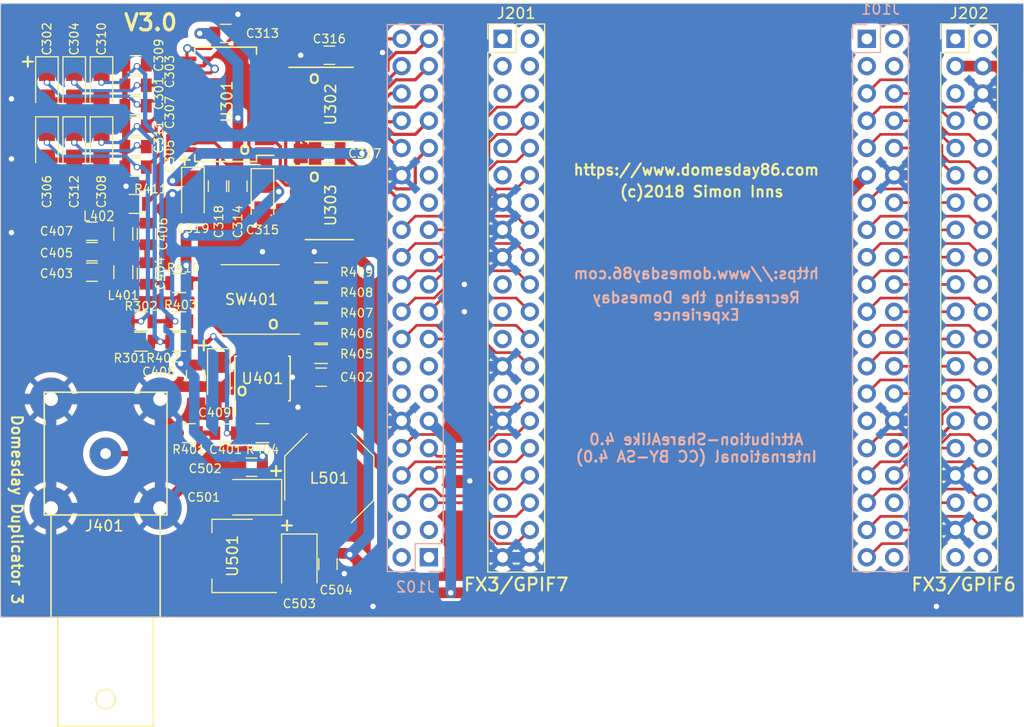
<source format=kicad_pcb>
(kicad_pcb (version 20241229) (generator "pcbnew") (generator_version "9.0")
  (title_block (title "Domesday Duplicator") (date "2018-06-19") (rev "3.0.1") (company "https://www.domesday86.com") (comment 1 "(c)2018 Simon Inns") (comment 2 "License: Attribution-ShareAlike 4.0 International (CC BY-SA 4.0)"))
  (layers (0 "F.Cu" signal) (2 "B.Cu" signal) (13 "F.Paste" user) (15 "B.Paste" user) (5 "F.SilkS" user "F.Silkscreen") (7 "B.SilkS" user "B.Silkscreen") (1 "F.Mask" user) (3 "B.Mask" user) (25 "Edge.Cuts" user))
  (net 0 "")
  (net 1 "GND")
  (net 2 "+5VA")
  (net 3 "+3.3VA")
  (net 4 "/ADC/REFT")
  (net 5 "/ADC/REFB")
  (net 6 "/ADC/IN")
  (net 7 "USB_DATA0")
  (net 8 "USB_PCLK")
  (net 9 "USB_DATA1")
  (net 10 "USB_CTL0")
  (net 11 "USB_DATA2")
  (net 12 "+5V")
  (net 13 "USB_CTL1")
  (net 14 "USB_DATA3")
  (net 15 "USB_CTL2")
  (net 16 "USB_DATA4")
  (net 17 "USB_CTL3")
  (net 18 "USB_DATA5")
  (net 19 "USB_CTL4")
  (net 20 "USB_DATA6")
  (net 21 "USB_CTL5")
  (net 22 "USB_DATA7")
  (net 23 "USB_CTL6")
  (net 24 "USB_DATA8")
  (net 25 "USB_CTL7")
  (net 26 "USB_DATA9")
  (net 27 "USB_CTL8")
  (net 28 "USB_DATA10")
  (net 29 "USB_CTL9")
  (net 30 "USB_DATA11")
  (net 31 "USB_CTL10")
  (net 32 "USB_DATA12")
  (net 33 "USB_CTL11")
  (net 34 "USB_DATA13")
  (net 35 "USB_CTL12")
  (net 36 "USB_DATA14")
  (net 37 "USB_DATA15")
  (net 38 "ADC_DATA9")
  (net 39 "ADC_DATA8")
  (net 40 "ADC_DATA7")
  (net 41 "ADC_DATA6")
  (net 42 "ADC_DATA5")
  (net 43 "ADC_DATA4")
  (net 44 "ADC_DATA3")
  (net 45 "ADC_DATA2")
  (net 46 "ADC_DATA1")
  (net 47 "ADC_DATA0")
  (net 48 "ADC_CLK")
  (net 49 "USB_DATA31")
  (net 50 "USB_DATA30")
  (net 51 "USB_DATA29")
  (net 52 "USB_DATA28")
  (net 53 "USB_DATA27")
  (net 54 "USB_DATA26")
  (net 55 "USB_DATA25")
  (net 56 "USB_DATA24")
  (net 57 "USB_DATA23")
  (net 58 "USB_DATA22")
  (net 59 "USB_DATA21")
  (net 60 "USB_DATA20")
  (net 61 "USB_DATA19")
  (net 62 "USB_DATA18")
  (net 63 "USB_DATA17")
  (net 64 "USB_DATA16")
  (net 65 "Net-(U301-ByT)")
  (net 66 "Net-(U301-ByB)")
  (net 67 "Net-(U301-~{IN})")
  (net 68 "Net-(U301-CM)")
  (net 69 "Net-(C401-Pad1)")
  (net 70 "Net-(C402-Pad1)")
  (net 71 "Net-(C403-Pad1)")
  (net 72 "Net-(C404-Pad2)")
  (net 73 "Net-(C406-Pad2)")
  (net 74 "Net-(R406-Pad2)")
  (net 75 "Net-(R407-Pad2)")
  (net 76 "Net-(R408-Pad2)")
  (net 77 "Net-(R409-Pad2)")
  (net 100 "Net-(U401-IN+)")
  (net 101 "Net-(U401-IN-)")
  (net 102 "Net-(U401-Output)")
  (net 103 "Net-(U301-Bit_9)")
  (net 104 "Net-(U301-Bit_8)")
  (net 105 "Net-(U301-Bit_4)")
  (net 106 "Net-(U301-Bit_10_(LSB))")
  (net 107 "Net-(U301-Bit_5)")
  (net 108 "Net-(U301-Bit_1_(MSB))")
  (net 109 "Net-(U301-Bit_2)")
  (net 110 "Net-(U301-Bit_3)")
  (net 111 "Net-(U301-Bit_7)")
  (net 112 "Net-(U301-Bit_6)")
  (net 121 "Net-(J401-Signal)")
  (footprint "Connector_PinHeader_2.54mm:PinHeader_2x20_P2.54mm_Vertical" (layer "F.Cu") (at 154.686 73.152)
    (property "Reference" "J201")
    (property "Value" "GPIFII_J7")
  )
  (footprint "Connector_PinHeader_2.54mm:PinHeader_2x20_P2.54mm_Vertical" (layer "F.Cu") (at 196.85 73.152)
    (property "Reference" "J202")
    (property "Value" "GPIFII_J6")
  )
  (footprint "BNC_Rosenberger:BNC Socket" (layer "F.Cu") (at 117.729 111.76 -90)
    (property "Reference" "J401")
    (property "Value" "BNC_Rosenberger")
  )
  (footprint "Housings_SSOP:SSOP-28_5.3x10.2mm_Pitch0.65mm" (layer "F.Cu") (at 128.905 79.248 180)
    (property "Reference" "U301")
    (property "Value" "ADS825")
  )
  (footprint "Housings_SSOP:TSSOP-20_4.4x6.5mm_Pitch0.65mm" (layer "F.Cu") (at 138.557 79.248)
    (property "Reference" "U302")
    (property "Value" "74LVTH541_PWR")
  )
  (footprint "Housings_SSOP:TSSOP-20_4.4x6.5mm_Pitch0.65mm" (layer "F.Cu") (at 138.557 88.392)
    (property "Reference" "U303")
    (property "Value" "74LVTH541_PWR")
  )
  (footprint "Housings_SOIC:SOIC-8_3.9x4.9mm_Pitch1.27mm" (layer "F.Cu") (at 132.334 104.775 90)
    (property "Reference" "U401")
    (property "Value" "OPA690")
  )
  (footprint "Capacitors_SMD:C_0805" (layer "F.Cu") (at 120.523 79.375 180)
    (property "Reference" "C301")
    (property "Value" "100nF")
  )
  (footprint "Capacitors_Tantalum_SMD:CP_Tantalum_Case-A_EIA-3216-18_Reflow" (layer "F.Cu") (at 112.268 77.47 -90)
    (property "Reference" "C302")
    (property "Value" "2.2uF Tant")
  )
  (footprint "Capacitors_SMD:C_0805" (layer "F.Cu") (at 128.905 72.644)
    (property "Reference" "C313")
    (property "Value" "100nF")
  )
  (footprint "Capacitors_SMD:C_0805" (layer "F.Cu") (at 130.048 86.868 -90)
    (property "Reference" "C314")
    (property "Value" "100nF")
  )
  (footprint "Capacitors_SMD:C_0805" (layer "F.Cu") (at 120.523 77.47 180)
    (property "Reference" "C303")
    (property "Value" "100nF")
  )
  (footprint "Capacitors_Tantalum_SMD:CP_Tantalum_Case-A_EIA-3216-18_Reflow" (layer "F.Cu") (at 132.334 87.884 -90)
    (property "Reference" "C315")
    (property "Value" "2.2uF Tant")
  )
  (footprint "Capacitors_Tantalum_SMD:CP_Tantalum_Case-A_EIA-3216-18_Reflow" (layer "F.Cu") (at 114.808 77.47 -90)
    (property "Reference" "C304")
    (property "Value" "2.2uF Tant")
  )
  (footprint "Capacitors_SMD:C_0805" (layer "F.Cu") (at 138.557 74.676 180)
    (property "Reference" "C316")
    (property "Value" "100nF")
  )
  (footprint "Capacitors_SMD:C_0805" (layer "F.Cu") (at 120.523 85.09 180)
    (property "Reference" "C305")
    (property "Value" "100nF")
  )
  (footprint "Capacitors_SMD:C_0805" (layer "F.Cu") (at 138.557 83.82 180)
    (property "Reference" "C317")
    (property "Value" "100nF")
  )
  (footprint "Capacitors_Tantalum_SMD:CP_Tantalum_Case-A_EIA-3216-18_Reflow" (layer "F.Cu") (at 112.268 83.058 -90)
    (property "Reference" "C306")
    (property "Value" "2.2uF Tant")
  )
  (footprint "Capacitors_SMD:C_0805" (layer "F.Cu") (at 128.143 86.868 -90)
    (property "Reference" "C318")
    (property "Value" "100nF")
  )
  (footprint "Capacitors_Tantalum_SMD:CP_Tantalum_Case-A_EIA-3216-18_Reflow" (layer "F.Cu") (at 125.857 87.757 -90)
    (property "Reference" "C319")
    (property "Value" "2.2uF Tant")
  )
  (footprint "Capacitors_SMD:C_0805" (layer "F.Cu") (at 120.523 81.28 180)
    (property "Reference" "C307")
    (property "Value" "100nF")
  )
  (footprint "Capacitors_Tantalum_SMD:CP_Tantalum_Case-A_EIA-3216-18_Reflow" (layer "F.Cu") (at 117.348 83.058 -90)
    (property "Reference" "C308")
    (property "Value" "2.2uF Tant")
  )
  (footprint "Capacitors_SMD:C_0805" (layer "F.Cu") (at 120.523 75.565 180)
    (property "Reference" "C309")
    (property "Value" "100nF")
  )
  (footprint "Capacitors_Tantalum_SMD:CP_Tantalum_Case-A_EIA-3216-18_Reflow" (layer "F.Cu") (at 117.348 77.47 -90)
    (property "Reference" "C310")
    (property "Value" "2.2uF Tant")
  )
  (footprint "Capacitors_SMD:C_0805" (layer "F.Cu") (at 126.111 104.521 -90)
    (property "Reference" "C408")
    (property "Value" "100nF")
  )
  (footprint "Capacitors_Tantalum_SMD:CP_Tantalum_Case-A_EIA-3216-18_Reflow" (layer "F.Cu") (at 128.27 104.648 -90)
    (property "Reference" "C409")
    (property "Value" "2.2uF Tant")
  )
  (footprint "Capacitors_SMD:C_0805" (layer "F.Cu") (at 128.905 109.855 180)
    (property "Reference" "C401")
    (property "Value" "100nF")
  )
  (footprint "Capacitors_SMD:C_0805" (layer "F.Cu") (at 137.795 104.648)
    (property "Reference" "C402")
    (property "Value" "100nF")
  )
  (footprint "Capacitors_SMD:C_0805" (layer "F.Cu") (at 120.523 83.185 180)
    (property "Reference" "C311")
    (property "Value" "100nF")
  )
  (footprint "Capacitors_Tantalum_SMD:CP_Tantalum_Case-A_EIA-3216-18_Reflow" (layer "F.Cu") (at 114.808 83.058 -90)
    (property "Reference" "C312")
    (property "Value" "2.2uF Tant")
  )
  (footprint "Resistors_SMD:R_0805" (layer "F.Cu") (at 124.587 101.346 180)
    (property "Reference" "R402")
    (property "Value" "1K")
  )
  (footprint "Resistors_SMD:R_0805" (layer "F.Cu") (at 124.587 99.441)
    (property "Reference" "R403")
    (property "Value" "1K")
  )
  (footprint "Resistors_SMD:R_0805" (layer "F.Cu") (at 137.795 102.489)
    (property "Reference" "R405")
    (property "Value" "200R")
  )
  (footprint "Resistors_SMD:R_0805" (layer "F.Cu") (at 137.795 100.584 180)
    (property "Reference" "R406")
    (property "Value" "1K5")
  )
  (footprint "Resistors_SMD:R_0805" (layer "F.Cu") (at 121.031 101.346)
    (property "Reference" "R301")
    (property "Value" "1K")
  )
  (footprint "Resistors_SMD:R_0805" (layer "F.Cu") (at 121.031 99.441 180)
    (property "Reference" "R302")
    (property "Value" "1K2")
  )
  (footprint "Capacitors_SMD:C_0805" (layer "F.Cu") (at 116.459 94.869 180)
    (property "Reference" "C403")
    (property "Value" "330pF")
  )
  (footprint "Capacitors_SMD:C_0805" (layer "F.Cu") (at 121.539 94.996 90)
    (property "Reference" "C404")
    (property "Value" "33pF")
  )
  (footprint "Capacitors_SMD:C_0805" (layer "F.Cu") (at 116.459 92.964 180)
    (property "Reference" "C405")
    (property "Value" "470pF")
  )
  (footprint "Capacitors_SMD:C_0805" (layer "F.Cu") (at 121.539 91.313 90)
    (property "Reference" "C406")
    (property "Value" "100pF")
  )
  (footprint "Capacitors_SMD:C_0805" (layer "F.Cu") (at 116.459 91.059 180)
    (property "Reference" "C407")
    (property "Value" "270pF")
  )
  (footprint "Capacitors_SMD:C_0805" (layer "F.Cu") (at 131.318 113.03 180)
    (property "Reference" "C502")
    (property "Value" "100nF")
  )
  (footprint "Capacitors_SMD:C_0805" (layer "F.Cu") (at 138.43 122.047 -90)
    (property "Reference" "C504")
    (property "Value" "100nF")
  )
  (footprint "Inductors_SMD:L_0805" (layer "F.Cu") (at 119.38 94.869 -90)
    (property "Reference" "L401")
    (property "Value" "680nH")
  )
  (footprint "Inductors_SMD:L_0805" (layer "F.Cu") (at 119.38 91.313 -90)
    (property "Reference" "L402")
    (property "Value" "560nH")
  )
  (footprint "Inductors:Inductor_Bourns-SRU8043" (layer "F.Cu") (at 138.557 114.046 90)
    (property "Reference" "L501")
    (property "Value" "100uH")
  )
  (footprint "Resistors_SMD:R_0805" (layer "F.Cu") (at 125.476 109.855)
    (property "Reference" "R401")
    (property "Value" "56R")
  )
  (footprint "Resistors_SMD:R_0805" (layer "F.Cu") (at 132.334 109.855)
    (property "Reference" "R404")
    (property "Value" "100R")
  )
  (footprint "Resistors_SMD:R_0805" (layer "F.Cu") (at 124.587 95.885 180)
    (property "Reference" "R410")
    (property "Value" "47R")
  )
  (footprint "Resistors_SMD:R_0805" (layer "F.Cu") (at 120.523 88.519)
    (property "Reference" "R411")
    (property "Value" "47R")
  )
  (footprint "TO_SOT_Packages_SMD:SOT-223-3_TabPin2" (layer "F.Cu") (at 129.54 121.285 180)
    (property "Reference" "U501")
    (property "Value" "LM1117-3.3")
  )
  (footprint "Resistors_SMD:R_0805" (layer "F.Cu") (at 137.795 98.679 180)
    (property "Reference" "R407")
    (property "Value" "1K")
  )
  (footprint "Resistors_SMD:R_0805" (layer "F.Cu") (at 137.795 96.774 180)
    (property "Reference" "R408")
    (property "Value" "680R")
  )
  (footprint "Resistors_SMD:R_0805" (layer "F.Cu") (at 137.795 94.869 180)
    (property "Reference" "R409")
    (property "Value" "560R")
  )
  (footprint "Buttons_Switches_SMD:SW_DIP_x4_W7.62mm_Slide_Copal_CHS-B" (layer "F.Cu") (at 131.191 97.409 180)
    (property "Reference" "SW401")
    (property "Value" "Gain Select")
  )
  (footprint "Capacitors_Tantalum_SMD:CP_Tantalum_Case-B_EIA-3528-21_Reflow" (layer "F.Cu") (at 131.318 115.824 180)
    (property "Reference" "C501")
    (property "Value" "10uF TANT")
  )
  (footprint "Capacitors_Tantalum_SMD:CP_Tantalum_Case-B_EIA-3528-21_Reflow" (layer "F.Cu") (at 135.763 122.047 -90)
    (property "Reference" "C503")
    (property "Value" "10uF TANT")
  )
  (footprint "Connector_PinSocket_2.54mm:PinSocket_2x20_P2.54mm_Vertical" (layer "B.Cu") (at 147.828 121.412)
    (property "Reference" "J102")
    (property "Value" "DE0-Nano_GPIO0")
  )
  (footprint "Connector_PinSocket_2.54mm:PinSocket_2x20_P2.54mm_Vertical" (layer "B.Cu") (at 188.595 73.152 180)
    (property "Reference" "J101")
    (property "Value" "DE0-Nano_GPIO1")
  )
  (gr_line (start 107.95 127) (end 203.2 127) (stroke (width 0.1)) (layer "Edge.Cuts"))
  (gr_line (start 203.2 69.85) (end 203.2 127) (stroke (width 0.1)) (layer "Edge.Cuts"))
  (gr_line (start 203.2 69.85) (end 107.95 69.85) (stroke (width 0.1)) (layer "Edge.Cuts"))
  (gr_line (start 107.95 69.85) (end 107.95 127) (stroke (width 0.1)) (layer "Edge.Cuts"))
  (gr_text "o" (at 133.35 99.568 0) (layer "F.SilkS") (effects (font (size 1.2 1.2) (thickness 0.2))))
  (gr_text "(c)2018 Simon Inns" (at 173.228 87.376 0) (layer "F.SilkS") (effects (font (size 1 1) (thickness 0.2))))
  (gr_text "+" (at 110.49 75.184 0) (layer "F.SilkS") (effects (font (size 1.2 1.2) (thickness 0.2))))
  (gr_text "V3.0" (at 121.92 71.628 0) (layer "F.SilkS") (effects (font (size 1.5 1.5) (thickness 0.3))))
  (gr_text "+" (at 134.62 118.364 0) (layer "F.SilkS") (effects (font (size 1.2 1.2) (thickness 0.2))))
  (gr_text "FX3/GPIF7" (at 155.956 123.952 0) (layer "F.SilkS") (effects (font (size 1.2 1.2) (thickness 0.2))))
  (gr_text "+" (at 125.095 84.328 0) (layer "F.SilkS") (effects (font (size 1.2 1.2) (thickness 0.2))))
  (gr_text "o" (at 137.16 85.852 0) (layer "F.SilkS") (effects (font (size 1.2 1.2) (thickness 0.2))))
  (gr_text "Domesday Duplicator 3" (at 109.474 116.967 270) (layer "F.SilkS") (effects (font (size 1 1) (thickness 0.2))))
  (gr_text "https://www.domesday86.com" (at 172.72 85.344 0) (layer "F.SilkS") (effects (font (size 1 1) (thickness 0.2))))
  (gr_text "o" (at 137.16 76.708 0) (layer "F.SilkS") (effects (font (size 1.2 1.2) (thickness 0.2))))
  (gr_text "FX3/GPIF6" (at 197.612 123.952 0) (layer "F.SilkS") (effects (font (size 1.2 1.2) (thickness 0.2))))
  (gr_text "o" (at 130.429 105.791 0) (layer "F.SilkS") (effects (font (size 1.2 1.2) (thickness 0.2))))
  (gr_text "+" (at 133.604 113.284 0) (layer "F.SilkS") (effects (font (size 1.2 1.2) (thickness 0.2))))
  (gr_text "o" (at 130.683 83.312 0) (layer "F.SilkS") (effects (font (size 1.2 1.2) (thickness 0.2))))
  (gr_text "+" (at 126.873 101.6 0) (layer "F.SilkS") (effects (font (size 1.2 1.2) (thickness 0.2))))
  (gr_text "https://www.domesday86.com" (at 172.72 94.996 0) (layer "B.SilkS") (effects (font (size 1 1) (thickness 0.2)) (justify mirror)))
  (gr_text "Recreating the Domesday\nExperience" (at 172.72 98.044 0) (layer "B.SilkS") (effects (font (size 1 1) (thickness 0.2)) (justify mirror)))
  (gr_text "Attribution-ShareAlike 4.0\nInternational (CC BY-SA 4.0)" (at 172.72 111.252 0) (layer "B.SilkS") (effects (font (size 1 1) (thickness 0.2)) (justify mirror)))
  (segment (start 136.775 85.467) (end 137.16 85.852) (width 0.3) (layer "F.Cu") (net 1))
  (segment (start 137.16 85.852) (end 137.16 86.106) (width 0.3) (layer "F.Cu") (net 1))
  (segment (start 137.16 91.059) (end 136.902 91.317) (width 0.3) (layer "F.Cu") (net 1))
  (segment (start 136.902 91.317) (end 135.607 91.317) (width 0.3) (layer "F.Cu") (net 1))
  (segment (start 137.16 87.417) (end 137.16 87.376) (width 0.3) (layer "F.Cu") (net 1))
  (segment (start 137.16 87.376) (end 137.16 88.138) (width 0.3) (layer "F.Cu") (net 1))
  (segment (start 137.16 88.067) (end 137.16 88.138) (width 0.3) (layer "F.Cu") (net 1))
  (segment (start 137.16 88.138) (end 137.16 88.646) (width 0.3) (layer "F.Cu") (net 1))
  (segment (start 137.16 88.717) (end 137.16 88.646) (width 0.3) (layer "F.Cu") (net 1))
  (segment (start 137.16 88.646) (end 137.16 89.408) (width 0.3) (layer "F.Cu") (net 1))
  (segment (start 137.16 89.367) (end 137.119 89.408) (width 0.3) (layer "F.Cu") (net 1))
  (segment (start 137.119 89.408) (end 137.033 89.408) (width 0.3) (layer "F.Cu") (net 1))
  (segment (start 137.033 89.408) (end 137.16 89.408) (width 0.3) (layer "F.Cu") (net 1))
  (segment (start 137.16 89.408) (end 137.16 90.043) (width 0.3) (layer "F.Cu") (net 1))
  (segment (start 137.16 90.017) (end 137.16 90.043) (width 0.3) (layer "F.Cu") (net 1))
  (segment (start 137.16 90.043) (end 137.16 90.678) (width 0.3) (layer "F.Cu") (net 1))
  (segment (start 137.16 90.667) (end 137.16 90.678) (width 0.3) (layer "F.Cu") (net 1))
  (segment (start 137.16 90.678) (end 137.16 91.059) (width 0.3) (layer "F.Cu") (net 1))
  (segment (start 137.16 86.106) (end 137.16 87.376) (width 0.3) (layer "F.Cu") (net 1))
  (segment (start 136.902 76.323) (end 137.16 76.581) (width 0.3) (layer "F.Cu") (net 1))
  (segment (start 137.16 76.581) (end 137.16 76.962) (width 0.3) (layer "F.Cu") (net 1))
  (segment (start 137.16 81.915) (end 136.902 82.173) (width 0.3) (layer "F.Cu") (net 1))
  (segment (start 136.902 82.173) (end 135.607 82.173) (width 0.3) (layer "F.Cu") (net 1))
  (segment (start 137.254 83.82) (end 135.607 82.173) (width 0.3) (layer "F.Cu") (net 1))
  (segment (start 137.16 76.962) (end 137.16 81.915) (width 0.3) (layer "F.Cu") (net 1))
  (segment (start 130.537 75.673) (end 129.905 75.041) (width 0.3) (layer "F.Cu") (net 1))
  (segment (start 129.905 75.041) (end 129.905 72.644) (width 0.3) (layer "F.Cu") (net 1))
  (segment (start 126.879 89.132) (end 128.143 87.868) (width 0.3) (layer "F.Cu") (net 1))
  (segment (start 131.439 89.259) (end 130.048 87.868) (width 0.3) (layer "F.Cu") (net 1))
  (segment (start 117.878 79.375) (end 119.523 79.375) (width 0.3) (layer "F.Cu") (net 1))
  (segment (start 118.005 85.09) (end 119.523 85.09) (width 0.3) (layer "F.Cu") (net 1))
  (segment (start 127.768 105.521) (end 128.27 106.023) (width 0.4) (layer "F.Cu") (net 1))
  (segment (start 135.6 123.585) (end 135.763 123.422) (width 1) (layer "F.Cu") (net 1))
  (segment (start 136.138 123.047) (end 138.43 123.047) (width 1) (layer "F.Cu") (net 1))
  (segment (start 130.318 115.449) (end 129.943 115.824) (width 1) (layer "F.Cu") (net 1))
  (segment (start 129.943 122.704) (end 130.824 123.585) (width 1) (layer "F.Cu") (net 1))
  (segment (start 130.824 123.585) (end 132.69 123.585) (width 1) (layer "F.Cu") (net 1))
  (segment (start 109.071 84.433) (end 108.966 84.328) (width 1) (layer "F.Cu") (net 1))
  (segment (start 109.071 78.845) (end 108.966 78.74) (width 1) (layer "F.Cu") (net 1))
  (segment (start 129.905 71.009) (end 130.048 70.866) (width 1) (layer "F.Cu") (net 1))
  (segment (start 109.093 91.059) (end 108.966 91.186) (width 1) (layer "F.Cu") (net 1))
  (segment (start 123.968 105.521) (end 122.809 106.68) (width 1) (layer "F.Cu") (net 1))
  (segment (start 122.809 108.138) (end 122.809 106.68) (width 1) (layer "F.Cu") (net 1))
  (segment (start 126.746 113.03) (end 122.809 116.84) (width 1) (layer "F.Cu") (net 1))
  (segment (start 139.843 123.047) (end 139.954 122.936) (width 1) (layer "F.Cu") (net 1))
  (segment (start 137.381 107.475) (end 138.795 106.061) (width 0.4) (layer "F.Cu") (net 1))
  (segment (start 138.795 106.061) (end 138.795 104.648) (width 0.4) (layer "F.Cu") (net 1))
  (segment (start 127.768 105.521) (end 128.27 106.023) (width 1) (layer "F.Cu") (net 1))
  (segment (start 129.645 104.648) (end 135.128 104.648) (width 1) (layer "F.Cu") (net 1))
  (segment (start 135.636 107.442) (end 135.636 107.475) (width 1) (layer "F.Cu") (net 1))
  (segment (start 135.636 107.475) (end 137.381 107.475) (width 0.4) (layer "F.Cu") (net 1))
  (segment (start 137.16 84.217) (end 137.557 83.82) (width 1) (layer "F.Cu") (net 1))
  (segment (start 137.16 83.423) (end 137.16 75.073) (width 1) (layer "F.Cu") (net 1))
  (segment (start 137.16 75.073) (end 137.557 74.676) (width 1) (layer "F.Cu") (net 1))
  (segment (start 119.523 86.757) (end 119.634 86.868) (width 1) (layer "F.Cu") (net 1))
  (segment (start 145.023 86.117) (end 145.288 85.852) (width 0.3) (layer "F.Cu") (net 1))
  (segment (start 142.356 76.973) (end 143.51 75.819) (width 0.3) (layer "F.Cu") (net 1))
  (segment (start 143.51 75.819) (end 143.51 74.422) (width 0.3) (layer "F.Cu") (net 1))
  (segment (start 126.492 82.169) (end 126.873 81.788) (width 0.3) (layer "F.Cu") (net 1))
  (segment (start 126.873 81.788) (end 126.873 76.973) (width 0.3) (layer "F.Cu") (net 1))
  (segment (start 126.873 76.962) (end 126.873 76.973) (width 0.3) (layer "F.Cu") (net 1))
  (segment (start 131.064 83.185) (end 131.352 83.473) (width 0.3) (layer "F.Cu") (net 1))
  (segment (start 131.064 76.2) (end 130.537 75.673) (width 0.3) (layer "F.Cu") (net 1))
  (segment (start 131.064 76.962) (end 131.064 76.2) (width 0.3) (layer "F.Cu") (net 1))
  (segment (start 126.876 75.673) (end 129.905 72.644) (width 0.3) (layer "F.Cu") (net 1))
  (segment (start 123.952 87.63) (end 123.952 88.646) (width 1) (layer "F.Cu") (net 1))
  (segment (start 123.952 88.646) (end 124.438 89.132) (width 1) (layer "F.Cu") (net 1))
  (segment (start 124.438 89.132) (end 125.857 89.132) (width 1) (layer "F.Cu") (net 1))
  (segment (start 128.27 106.023) (end 129.645 104.648) (width 1) (layer "F.Cu") (net 1))
  (segment (start 135.607 90.017) (end 137.16 90.017) (width 0.3) (layer "F.Cu") (net 1))
  (segment (start 132.505 76.323) (end 135.607 76.323) (width 0.4) (layer "F.Cu") (net 1))
  (segment (start 132.69 123.585) (end 135.6 123.585) (width 1) (layer "F.Cu") (net 1))
  (segment (start 125.305 76.973) (end 126.873 76.973) (width 0.3) (layer "F.Cu") (net 1))
  (segment (start 135.607 88.717) (end 137.16 88.717) (width 0.3) (layer "F.Cu") (net 1))
  (segment (start 130.318 113.03) (end 130.318 115.449) (width 1) (layer "F.Cu") (net 1))
  (segment (start 135.607 88.067) (end 137.16 88.067) (width 0.3) (layer "F.Cu") (net 1))
  (segment (start 135.607 85.467) (end 136.775 85.467) (width 0.3) (layer "F.Cu") (net 1))
  (segment (start 115.459 92.964) (end 115.459 94.869) (width 0.4) (layer "F.Cu") (net 1))
  (segment (start 135.607 87.417) (end 137.16 87.417) (width 0.3) (layer "F.Cu") (net 1))
  (segment (start 141.507 86.117) (end 145.023 86.117) (width 0.3) (layer "F.Cu") (net 1))
  (segment (start 125.305 75.673) (end 126.876 75.673) (width 0.3) (layer "F.Cu") (net 1))
  (segment (start 132.334 89.259) (end 132.334 92.964) (width 1) (layer "F.Cu") (net 1))
  (segment (start 137.557 83.82) (end 137.254 83.82) (width 0.3) (layer "F.Cu") (net 1))
  (segment (start 119.523 85.09) (end 119.523 83.185) (width 0.3) (layer "F.Cu") (net 1))
  (segment (start 114.808 84.433) (end 117.348 84.433) (width 0.3) (layer "F.Cu") (net 1))
  (segment (start 132.505 83.473) (end 131.352 83.473) (width 0.3) (layer "F.Cu") (net 1))
  (segment (start 119.523 83.185) (end 119.523 81.28) (width 0.3) (layer "F.Cu") (net 1))
  (segment (start 132.505 76.323) (end 132.505 75.673) (width 0.3) (layer "F.Cu") (net 1))
  (segment (start 129.905 72.644) (end 129.905 71.009) (width 1) (layer "F.Cu") (net 1))
  (segment (start 125.857 89.132) (end 126.879 89.132) (width 0.3) (layer "F.Cu") (net 1))
  (segment (start 137.16 85.852) (end 137.16 84.217) (width 1) (layer "F.Cu") (net 1))
  (segment (start 135.607 89.367) (end 137.16 89.367) (width 0.3) (layer "F.Cu") (net 1))
  (segment (start 132.505 75.673) (end 130.537 75.673) (width 0.3) (layer "F.Cu") (net 1))
  (segment (start 132.334 89.259) (end 131.439 89.259) (width 0.3) (layer "F.Cu") (net 1))
  (segment (start 119.523 85.09) (end 119.523 86.757) (width 1) (layer "F.Cu") (net 1))
  (segment (start 130.318 113.03) (end 126.746 113.03) (width 1) (layer "F.Cu") (net 1))
  (segment (start 125.305 75.673) (end 126.873 75.673) (width 0.3) (layer "F.Cu") (net 1))
  (segment (start 134.239 107.475) (end 135.636 107.475) (width 0.4) (layer "F.Cu") (net 1))
  (segment (start 126.492 82.173) (end 126.492 82.169) (width 0.3) (layer "F.Cu") (net 1))
  (segment (start 117.348 84.433) (end 118.005 85.09) (width 0.3) (layer "F.Cu") (net 1))
  (segment (start 117.348 78.845) (end 117.878 79.375) (width 0.3) (layer "F.Cu") (net 1))
  (segment (start 131.064 83.185) (end 131.064 76.962) (width 0.3) (layer "F.Cu") (net 1))
  (segment (start 124.526 109.855) (end 122.809 108.138) (width 1) (layer "F.Cu") (net 1))
  (segment (start 119.523 77.47) (end 119.523 75.565) (width 0.3) (layer "F.Cu") (net 1))
  (segment (start 112.268 84.433) (end 109.071 84.433) (width 1) (layer "F.Cu") (net 1))
  (segment (start 129.943 115.824) (end 129.943 122.704) (width 1) (layer "F.Cu") (net 1))
  (segment (start 126.111 105.521) (end 127.768 105.521) (width 1) (layer "F.Cu") (net 1))
  (segment (start 112.268 78.845) (end 114.808 78.845) (width 0.3) (layer "F.Cu") (net 1))
  (segment (start 128.143 87.868) (end 130.048 87.868) (width 0.3) (layer "F.Cu") (net 1))
  (segment (start 114.808 78.845) (end 117.348 78.845) (width 0.3) (layer "F.Cu") (net 1))
  (segment (start 112.268 84.433) (end 114.808 84.433) (width 0.3) (layer "F.Cu") (net 1))
  (segment (start 137.16 85.852) (end 137.16 92.964) (width 1) (layer "F.Cu") (net 1))
  (segment (start 126.873 76.962) (end 131.064 76.962) (width 0.3) (layer "F.Cu") (net 1))
  (segment (start 125.305 82.173) (end 126.492 82.173) (width 0.3) (layer "F.Cu") (net 1))
  (segment (start 141.507 76.973) (end 142.356 76.973) (width 0.3) (layer "F.Cu") (net 1))
  (segment (start 135.763 123.422) (end 136.138 123.047) (width 1) (layer "F.Cu") (net 1))
  (segment (start 115.459 91.059) (end 115.459 92.964) (width 0.4) (layer "F.Cu") (net 1))
  (segment (start 112.268 78.845) (end 109.071 78.845) (width 1) (layer "F.Cu") (net 1))
  (segment (start 137.557 74.676) (end 135.89 74.676) (width 1) (layer "F.Cu") (net 1))
  (segment (start 138.43 123.047) (end 139.843 123.047) (width 1) (layer "F.Cu") (net 1))
  (segment (start 115.459 91.059) (end 109.093 91.059) (width 1) (layer "F.Cu") (net 1))
  (segment (start 135.607 76.323) (end 136.902 76.323) (width 0.3) (layer "F.Cu") (net 1))
  (segment (start 126.111 105.521) (end 123.968 105.521) (width 1) (layer "F.Cu") (net 1))
  (segment (start 119.523 79.375) (end 119.523 77.47) (width 0.3) (layer "F.Cu") (net 1))
  (segment (start 119.523 81.28) (end 119.523 79.375) (width 0.3) (layer "F.Cu") (net 1))
  (segment (start 137.557 83.82) (end 137.16 83.423) (width 1) (layer "F.Cu") (net 1))
  (segment (start 135.607 90.667) (end 137.16 90.667) (width 0.3) (layer "F.Cu") (net 1))
  (via (at 151.638 114.3) (size 0.8) (drill 0.5) (layers "F.Cu" "B.Cu") (net 1))
  (via (at 135.128 104.648) (size 0.8) (drill 0.5) (layers "F.Cu" "B.Cu") (net 1))
  (via (at 135.89 74.676) (size 0.8) (drill 0.5) (layers "F.Cu" "B.Cu") (net 1))
  (via (at 108.966 91.186) (size 0.8) (drill 0.5) (layers "F.Cu" "B.Cu") (net 1))
  (via (at 151.13 96.012) (size 0.8) (drill 0.5) (layers "F.Cu" "B.Cu") (net 1))
  (via (at 137.16 92.964) (size 0.8) (drill 0.5) (layers "F.Cu" "B.Cu") (net 1))
  (via (at 130.048 70.866) (size 0.8) (drill 0.5) (layers "F.Cu" "B.Cu") (net 1))
  (via (at 108.966 84.328) (size 0.8) (drill 0.5) (layers "F.Cu" "B.Cu") (net 1))
  (via (at 143.51 74.422) (size 0.8) (drill 0.5) (layers "F.Cu" "B.Cu") (net 1))
  (via (at 135.636 107.442) (size 0.8) (drill 0.5) (layers "F.Cu" "B.Cu") (net 1))
  (via (at 195.072 125.984) (size 0.8) (drill 0.5) (layers "F.Cu" "B.Cu") (net 1))
  (via (at 142.621 125.984) (size 0.8) (drill 0.5) (layers "F.Cu" "B.Cu") (net 1))
  (via (at 132.334 92.964) (size 0.8) (drill 0.5) (layers "F.Cu" "B.Cu") (net 1))
  (via (at 119.634 86.868) (size 0.8) (drill 0.5) (layers "F.Cu" "B.Cu") (net 1))
  (via (at 151.13 98.552) (size 0.8) (drill 0.5) (layers "F.Cu" "B.Cu") (net 1))
  (via (at 123.952 87.63) (size 0.8) (drill 0.5) (layers "F.Cu" "B.Cu") (net 1))
  (via (at 139.954 122.936) (size 0.8) (drill 0.5) (layers "F.Cu" "B.Cu") (net 1))
  (via (at 108.966 78.74) (size 0.8) (drill 0.5) (layers "F.Cu" "B.Cu") (net 1))
  (segment (start 112.649 125.095) (end 113.538 125.984) (width 1) (layer "B.Cu") (net 1))
  (segment (start 113.538 125.984) (end 139.954 125.984) (width 1) (layer "B.Cu") (net 1))
  (segment (start 109.474 70.866) (end 108.966 71.374) (width 1) (layer "B.Cu") (net 1))
  (segment (start 108.966 71.374) (end 108.966 78.74) (width 1) (layer "B.Cu") (net 1))
  (segment (start 108.966 106.68) (end 112.649 106.68) (width 1) (layer "B.Cu") (net 1))
  (segment (start 195.072 70.866) (end 152.908 70.866) (width 1) (layer "B.Cu") (net 1))
  (segment (start 195.072 118.872) (end 195.072 125.984) (width 1) (layer "B.Cu") (net 1))
  (segment (start 195.072 113.792) (end 195.072 118.872) (width 1) (layer "B.Cu") (net 1))
  (segment (start 194.818 108.712) (end 195.072 108.712) (width 1) (layer "B.Cu") (net 1))
  (segment (start 195.072 108.712) (end 195.072 113.792) (width 1) (layer "B.Cu") (net 1))
  (segment (start 194.818 85.852) (end 195.072 85.852) (width 1) (layer "B.Cu") (net 1))
  (segment (start 195.072 85.852) (end 195.072 108.712) (width 1) (layer "B.Cu") (net 1))
  (segment (start 201.676 78.232) (end 202.184 77.724) (width 1) (layer "B.Cu") (net 1))
  (segment (start 202.184 77.724) (end 202.184 71.374) (width 1) (layer "B.Cu") (net 1))
  (segment (start 202.184 71.374) (end 201.676 70.866) (width 1) (layer "B.Cu") (net 1))
  (segment (start 201.676 70.866) (end 195.072 70.866) (width 1) (layer "B.Cu") (net 1))
  (segment (start 152.908 125.984) (end 195.072 125.984) (width 1) (layer "B.Cu") (net 1))
  (segment (start 152.908 70.866) (end 143.51 70.866) (width 1) (layer "B.Cu") (net 1))
  (segment (start 153.162 121.412) (end 152.908 121.412) (width 1) (layer "B.Cu") (net 1))
  (segment (start 152.908 121.412) (end 152.908 115.062) (width 1) (layer "B.Cu") (net 1))
  (segment (start 152.908 103.632) (end 152.908 98.552) (width 1) (layer "B.Cu") (net 1))
  (segment (start 152.908 93.472) (end 152.908 90.932) (width 1) (layer "B.Cu") (net 1))
  (segment (start 153.162 90.932) (end 152.908 90.932) (width 1) (layer "B.Cu") (net 1))
  (segment (start 152.908 90.932) (end 152.908 88.392) (width 1) (layer "B.Cu") (net 1))
  (segment (start 152.908 88.392) (end 152.908 70.866) (width 1) (layer "B.Cu") (net 1))
  (segment (start 108.966 84.328) (end 108.966 86.868) (width 1) (layer "B.Cu") (net 1))
  (segment (start 108.966 78.74) (end 108.966 84.328) (width 1) (layer "B.Cu") (net 1))
  (segment (start 130.048 70.866) (end 109.474 70.866) (width 1) (layer "B.Cu") (net 1))
  (segment (start 135.89 74.676) (end 135.89 70.866) (width 1) (layer "B.Cu") (net 1))
  (segment (start 135.89 71.12) (end 135.89 70.866) (width 1) (layer "B.Cu") (net 1))
  (segment (start 135.89 70.866) (end 130.048 70.866) (width 1) (layer "B.Cu") (net 1))
  (segment (start 108.966 91.186) (end 108.966 106.68) (width 1) (layer "B.Cu") (net 1))
  (segment (start 139.954 122.936) (end 139.954 125.984) (width 1) (layer "B.Cu") (net 1))
  (segment (start 139.954 125.73) (end 139.954 125.984) (width 1) (layer "B.Cu") (net 1))
  (segment (start 139.954 125.984) (end 142.621 125.984) (width 1) (layer "B.Cu") (net 1))
  (segment (start 152.908 108.712) (end 152.908 103.632) (width 1) (layer "B.Cu") (net 1))
  (segment (start 135.128 104.648) (end 135.636 105.156) (width 1) (layer "B.Cu") (net 1))
  (segment (start 135.636 105.156) (end 135.636 107.442) (width 1) (layer "B.Cu") (net 1))
  (segment (start 143.51 70.866) (end 135.89 70.866) (width 1) (layer "B.Cu") (net 1))
  (segment (start 143.51 85.852) (end 143.51 74.422) (width 1) (layer "B.Cu") (net 1))
  (segment (start 123.836002 92.964) (end 132.334 92.964) (width 1) (layer "B.Cu") (net 1))
  (segment (start 143.51 92.964) (end 143.51 85.852) (width 1) (layer "B.Cu") (net 1))
  (segment (start 132.334 92.964) (end 137.16 92.964) (width 1) (layer "B.Cu") (net 1))
  (segment (start 137.16 92.964) (end 143.51 92.964) (width 1) (layer "B.Cu") (net 1))
  (segment (start 143.51 108.712) (end 143.51 125.984) (width 1) (layer "B.Cu") (net 1))
  (segment (start 143.51 125.984) (end 152.908 125.984) (width 1) (layer "B.Cu") (net 1))
  (segment (start 119.634 86.868) (end 108.966 86.868) (width 1) (layer "B.Cu") (net 1))
  (segment (start 109.22 86.868) (end 108.966 86.868) (width 1) (layer "B.Cu") (net 1))
  (segment (start 108.966 86.868) (end 108.966 91.186) (width 1) (layer "B.Cu") (net 1))
  (segment (start 143.51 74.422) (end 143.51 70.866) (width 1) (layer "B.Cu") (net 1))
  (segment (start 123.836002 92.964) (end 123.836002 87.745998) (width 1) (layer "B.Cu") (net 1))
  (segment (start 123.836002 87.745998) (end 123.952 87.63) (width 1) (layer "B.Cu") (net 1))
  (segment (start 152.908 95.758) (end 152.908 93.472) (width 1) (layer "B.Cu") (net 1))
  (segment (start 151.384 95.758) (end 151.13 96.012) (width 1) (layer "B.Cu") (net 1))
  (segment (start 152.908 98.552) (end 152.908 95.758) (width 1) (layer "B.Cu") (net 1))
  (segment (start 152.908 115.062) (end 152.908 108.712) (width 1) (layer "B.Cu") (net 1))
  (segment (start 152.146 114.3) (end 151.638 114.3) (width 1) (layer "B.Cu") (net 1))
  (segment (start 142.621 125.984) (end 143.51 125.984) (width 1) (layer "B.Cu") (net 1))
  (segment (start 122.809 116.84) (end 122.809 106.68) (width 1) (layer "B.Cu") (net 1))
  (segment (start 157.226 121.412) (end 154.686 121.412) (width 1) (layer "B.Cu") (net 1))
  (segment (start 154.686 88.392) (end 152.908 88.392) (width 1) (layer "B.Cu") (net 1))
  (segment (start 122.809 116.84) (end 112.649 116.84) (width 1) (layer "B.Cu") (net 1))
  (segment (start 154.686 121.412) (end 152.908 121.412) (width 1) (layer "B.Cu") (net 1))
  (segment (start 145.288 108.712) (end 143.51 108.712) (width 1) (layer "B.Cu") (net 1))
  (segment (start 191.135 108.712) (end 195.072 108.712) (width 1) (layer "B.Cu") (net 1))
  (segment (start 112.649 116.84) (end 112.649 125.095) (width 1) (layer "B.Cu") (net 1))
  (segment (start 154.686 93.472) (end 152.908 93.472) (width 1) (layer "B.Cu") (net 1))
  (segment (start 152.908 115.062) (end 152.146 114.3) (width 1) (layer "B.Cu") (net 1))
  (segment (start 152.908 98.552) (end 151.13 98.552) (width 1) (layer "B.Cu") (net 1))
  (segment (start 195.072 70.866) (end 195.072 85.852) (width 1) (layer "B.Cu") (net 1))
  (segment (start 154.686 103.632) (end 152.908 103.632) (width 1) (layer "B.Cu") (net 1))
  (segment (start 112.649 106.68) (end 122.809 106.68) (width 1) (layer "B.Cu") (net 1))
  (segment (start 199.39 78.232) (end 201.676 78.232) (width 1) (layer "B.Cu") (net 1))
  (segment (start 152.908 95.758) (end 151.384 95.758) (width 1) (layer "B.Cu") (net 1))
  (segment (start 154.686 90.932) (end 152.908 90.932) (width 1) (layer "B.Cu") (net 1))
  (segment (start 112.649 116.84) (end 112.649 106.68) (width 1) (layer "B.Cu") (net 1))
  (segment (start 145.288 85.852) (end 143.51 85.852) (width 1) (layer "B.Cu") (net 1))
  (segment (start 143.51 108.712) (end 143.51 92.964) (width 1) (layer "B.Cu") (net 1))
  (segment (start 196.85 118.872) (end 195.072 118.872) (width 1) (layer "B.Cu") (net 1))
  (segment (start 191.135 85.852) (end 195.072 85.852) (width 1) (layer "B.Cu") (net 1))
  (segment (start 196.85 113.792) (end 195.072 113.792) (width 1) (layer "B.Cu") (net 1))
  (segment (start 154.686 108.712) (end 152.908 108.712) (width 1) (layer "B.Cu") (net 1))
  (segment (start 152.908 125.984) (end 152.908 121.412) (width 1) (layer "B.Cu") (net 1))
  (segment (start 130.429 102.075) (end 129.231 103.273) (width 0.4) (layer "F.Cu") (net 2))
  (segment (start 129.231 103.273) (end 128.27 103.273) (width 0.4) (layer "F.Cu") (net 2))
  (segment (start 128.022 103.521) (end 128.27 103.273) (width 0.4) (layer "F.Cu") (net 2))
  (segment (start 132.69 115.827) (end 132.318 115.455) (width 1) (layer "F.Cu") (net 2))
  (segment (start 132.318 115.455) (end 132.318 113.03) (width 1) (layer "F.Cu") (net 2))
  (segment (start 133.729 117.946) (end 132.69 118.985) (width 1) (layer "F.Cu") (net 2))
  (segment (start 132.334 113.014) (end 132.334 112.014) (width 1) (layer "F.Cu") (net 2))
  (segment (start 124.714 103.378) (end 124.857 103.521) (width 1) (layer "F.Cu") (net 2))
  (segment (start 124.857 103.521) (end 126.111 103.521) (width 1) (layer "F.Cu") (net 2))
  (segment (start 132.991 86.509) (end 133.858 87.376) (width 1) (layer "F.Cu") (net 2))
  (segment (start 127.908 82.823) (end 128.651 83.566) (width 0.3) (layer "F.Cu") (net 2))
  (segment (start 128.651 83.566) (end 128.651 84.455) (width 0.3) (layer "F.Cu") (net 2))
  (segment (start 128.651 84.455) (end 129.032 84.836) (width 0.3) (layer "F.Cu") (net 2))
  (segment (start 129.032 84.836) (end 129.54 84.836) (width 0.3) (layer "F.Cu") (net 2))
  (segment (start 129.54 84.836) (end 130.048 85.344) (width 0.3) (layer "F.Cu") (net 2))
  (segment (start 130.048 85.344) (end 130.048 85.868) (width 0.3) (layer "F.Cu") (net 2))
  (segment (start 131.693 85.868) (end 132.334 86.509) (width 1) (layer "F.Cu") (net 2))
  (segment (start 126.492 72.644) (end 127.905 72.644) (width 1) (layer "F.Cu") (net 2))
  (segment (start 127.512 76.323) (end 127.889 75.946) (width 0.3) (layer "F.Cu") (net 2))
  (segment (start 125.349 74.041) (end 125.305 74.085) (width 0.3) (layer "F.Cu") (net 2))
  (segment (start 125.305 74.085) (end 125.305 75.023) (width 0.3) (layer "F.Cu") (net 2))
  (segment (start 127.508 74.041) (end 127.905 73.644) (width 0.3) (layer "F.Cu") (net 2))
  (segment (start 127.905 73.644) (end 127.905 72.644) (width 0.3) (layer "F.Cu") (net 2))
  (segment (start 125.222 91.44) (end 125.222 94.234) (width 1) (layer "F.Cu") (net 2))
  (segment (start 132.334 86.509) (end 132.991 86.509) (width 1) (layer "F.Cu") (net 2))
  (segment (start 132.334 86.509) (end 131.693 85.868) (width 0.3) (layer "F.Cu") (net 2))
  (segment (start 125.305 82.823) (end 127.908 82.823) (width 0.3) (layer "F.Cu") (net 2))
  (segment (start 131.699 102.075) (end 130.429 102.075) (width 0.4) (layer "F.Cu") (net 2))
  (segment (start 125.305 76.323) (end 127.512 76.323) (width 0.3) (layer "F.Cu") (net 2))
  (segment (start 126.111 103.521) (end 128.022 103.521) (width 0.4) (layer "F.Cu") (net 2))
  (segment (start 130.048 85.868) (end 130.048 80.518) (width 1) (layer "F.Cu") (net 2))
  (segment (start 132.69 118.985) (end 132.69 115.827) (width 1) (layer "F.Cu") (net 2))
  (segment (start 125.349 74.041) (end 127.508 74.041) (width 0.3) (layer "F.Cu") (net 2))
  (segment (start 138.557 117.946) (end 133.729 117.946) (width 1) (layer "F.Cu") (net 2))
  (segment (start 130.048 85.868) (end 131.693 85.868) (width 1) (layer "F.Cu") (net 2))
  (segment (start 132.318 113.03) (end 132.334 113.014) (width 1) (layer "F.Cu") (net 2))
  (via (at 124.714 103.378) (size 0.8) (drill 0.5) (layers "F.Cu" "B.Cu") (net 2))
  (via (at 125.222 94.234) (size 0.8) (drill 0.5) (layers "F.Cu" "B.Cu") (net 2))
  (via (at 130.048 80.518) (size 0.8) (drill 0.5) (layers "F.Cu" "B.Cu") (net 2))
  (via (at 127.889 75.946) (size 0.8) (drill 0.5) (layers "F.Cu" "B.Cu") (net 2))
  (via (at 133.858 87.376) (size 0.8) (drill 0.5) (layers "F.Cu" "B.Cu") (net 2))
  (via (at 125.349 74.041) (size 0.8) (drill 0.5) (layers "F.Cu" "B.Cu") (net 2))
  (via (at 132.334 112.014) (size 0.8) (drill 0.5) (layers "F.Cu" "B.Cu") (net 2))
  (via (at 125.222 91.44) (size 0.8) (drill 0.5) (layers "F.Cu" "B.Cu") (net 2))
  (via (at 126.492 72.644) (size 0.8) (drill 0.5) (layers "F.Cu" "B.Cu") (net 2))
  (segment (start 132.334 112.014) (end 128.27 112.014) (width 1) (layer "B.Cu") (net 2))
  (segment (start 128.27 112.014) (end 125.984 109.728) (width 1) (layer "B.Cu") (net 2))
  (segment (start 125.984 109.728) (end 125.984 104.648) (width 1) (layer "B.Cu") (net 2))
  (segment (start 125.984 104.648) (end 124.714 103.378) (width 1) (layer "B.Cu") (net 2))
  (segment (start 133.858 87.376) (end 129.794 91.44) (width 1) (layer "B.Cu") (net 2))
  (segment (start 125.222 102.87) (end 124.714 103.378) (width 1) (layer "B.Cu") (net 2))
  (segment (start 130.048 80.518) (end 130.048 75.438) (width 1) (layer "B.Cu") (net 2))
  (segment (start 130.048 75.438) (end 127.254 72.644) (width 1) (layer "B.Cu") (net 2))
  (segment (start 127.254 72.644) (end 126.492 72.644) (width 1) (layer "B.Cu") (net 2))
  (segment (start 127.889 75.946) (end 125.73 74.041) (width 0.3) (layer "B.Cu") (net 2))
  (segment (start 125.73 74.041) (end 125.349 74.041) (width 0.3) (layer "B.Cu") (net 2))
  (segment (start 125.222 94.234) (end 125.222 102.87) (width 1) (layer "B.Cu") (net 2))
  (segment (start 125.222 91.44) (end 129.794 91.44) (width 1) (layer "B.Cu") (net 2))
  (segment (start 127.796 83.473) (end 128.143 83.82) (width 0.3) (layer "F.Cu") (net 3))
  (segment (start 128.143 83.82) (end 128.143 85.868) (width 0.3) (layer "F.Cu") (net 3))
  (segment (start 126.371 85.868) (end 128.143 85.868) (width 0.3) (layer "F.Cu") (net 3))
  (segment (start 135.15 121.285) (end 135.763 120.672) (width 1) (layer "F.Cu") (net 3))
  (segment (start 136.138 121.047) (end 138.43 121.047) (width 1) (layer "F.Cu") (net 3))
  (segment (start 126.39 124.231) (end 127.635 125.476) (width 1) (layer "F.Cu") (net 3))
  (segment (start 127.635 125.476) (end 140.335 125.476) (width 1) (layer "F.Cu") (net 3))
  (segment (start 140.335 125.476) (end 141.224 124.587) (width 1) (layer "F.Cu") (net 3))
  (segment (start 141.224 121.793) (end 140.478 121.047) (width 1) (layer "F.Cu") (net 3))
  (segment (start 140.478 121.047) (end 138.43 121.047) (width 1) (layer "F.Cu") (net 3))
  (segment (start 139.557 91.805) (end 142.24 94.488) (width 1) (layer "F.Cu") (net 3))
  (segment (start 141.224 124.587) (end 141.224 121.793) (width 1) (layer "F.Cu") (net 3))
  (segment (start 139.86 74.676) (end 141.507 76.323) (width 0.4) (layer "F.Cu") (net 3))
  (segment (start 139.86 83.82) (end 141.507 85.467) (width 0.4) (layer "F.Cu") (net 3))
  (segment (start 140.462 121.158) (end 140.462 121.047) (width 1) (layer "F.Cu") (net 3))
  (segment (start 140.462 121.047) (end 140.478 121.047) (width 1) (layer "F.Cu") (net 3))
  (segment (start 123.952 86.36) (end 125.835 86.36) (width 1) (layer "F.Cu") (net 3))
  (segment (start 125.835 86.36) (end 125.857 86.382) (width 1) (layer "F.Cu") (net 3))
  (segment (start 139.557 83.82) (end 141.605 83.82) (width 1) (layer "F.Cu") (net 3))
  (segment (start 139.557 74.676) (end 139.557 83.82) (width 1) (layer "F.Cu") (net 3))
  (segment (start 125.305 83.473) (end 127.796 83.473) (width 0.3) (layer "F.Cu") (net 3))
  (segment (start 139.557 83.82) (end 139.557 91.805) (width 1) (layer "F.Cu") (net 3))
  (segment (start 139.557 83.82) (end 139.86 83.82) (width 0.4) (layer "F.Cu") (net 3))
  (segment (start 139.557 74.676) (end 139.86 74.676) (width 0.4) (layer "F.Cu") (net 3))
  (segment (start 126.39 121.285) (end 126.39 124.231) (width 1) (layer "F.Cu") (net 3))
  (segment (start 132.69 121.285) (end 135.15 121.285) (width 1) (layer "F.Cu") (net 3))
  (segment (start 125.857 86.382) (end 126.371 85.868) (width 0.3) (layer "F.Cu") (net 3))
  (segment (start 135.763 120.672) (end 136.138 121.047) (width 1) (layer "F.Cu") (net 3))
  (via (at 140.462 121.158) (size 0.8) (drill 0.5) (layers "F.Cu" "B.Cu") (net 3))
  (via (at 141.605 83.82) (size 0.8) (drill 0.5) (layers "F.Cu" "B.Cu") (net 3))
  (via (at 142.24 94.488) (size 0.8) (drill 0.5) (layers "F.Cu" "B.Cu") (net 3))
  (via (at 123.952 86.36) (size 0.8) (drill 0.5) (layers "F.Cu" "B.Cu") (net 3))
  (segment (start 142.24 119.38) (end 140.462 121.158) (width 1) (layer "B.Cu") (net 3))
  (segment (start 141.605 83.82) (end 126.492 83.82) (width 1) (layer "B.Cu") (net 3))
  (segment (start 126.492 83.82) (end 123.952 86.36) (width 1) (layer "B.Cu") (net 3))
  (segment (start 142.24 94.488) (end 142.24 119.38) (width 1) (layer "B.Cu") (net 3))
  (segment (start 123.23 79.573) (end 121.523 81.28) (width 0.3) (layer "F.Cu") (net 4))
  (segment (start 120.65 81.28) (end 121.523 81.28) (width 0.3) (layer "F.Cu") (net 4))
  (segment (start 117.348 81.683) (end 117.348 82.804) (width 0.3) (layer "F.Cu") (net 4))
  (segment (start 123.637 101.346) (end 122.809 101.346) (width 0.4) (layer "F.Cu") (net 4))
  (segment (start 122.809 101.346) (end 121.981 101.346) (width 0.4) (layer "F.Cu") (net 4))
  (segment (start 125.305 79.573) (end 123.23 79.573) (width 0.3) (layer "F.Cu") (net 4))
  (via (at 122.809 101.346) (size 0.6) (drill 0.4) (layers "F.Cu" "B.Cu") (net 4))
  (via (at 120.65 81.28) (size 0.6) (drill 0.4) (layers "F.Cu" "B.Cu") (net 4))
  (via (at 117.348 82.804) (size 0.6) (drill 0.4) (layers "F.Cu" "B.Cu") (net 4))
  (segment (start 117.348 82.804) (end 119.126 82.804) (width 0.3) (layer "B.Cu") (net 4))
  (segment (start 119.126 82.804) (end 120.65 81.28) (width 0.3) (layer "B.Cu") (net 4))
  (segment (start 122.301 100.838) (end 122.301 82.931) (width 0.4) (layer "B.Cu") (net 4))
  (segment (start 122.301 82.931) (end 120.65 81.28) (width 0.4) (layer "B.Cu") (net 4))
  (segment (start 122.809 101.346) (end 122.301 100.838) (width 0.4) (layer "B.Cu") (net 4))
  (segment (start 123.571 75.565) (end 123.952 75.946) (width 0.3) (layer "F.Cu") (net 5))
  (segment (start 123.952 75.946) (end 123.952 77.216) (width 0.3) (layer "F.Cu") (net 5))
  (segment (start 123.952 77.216) (end 124.359 77.623) (width 0.3) (layer "F.Cu") (net 5))
  (segment (start 124.359 77.623) (end 125.305 77.623) (width 0.3) (layer "F.Cu") (net 5))
  (segment (start 120.65 75.692) (end 121.396 75.692) (width 0.3) (layer "F.Cu") (net 5))
  (segment (start 121.396 75.692) (end 121.523 75.565) (width 0.3) (layer "F.Cu") (net 5))
  (segment (start 121.523 75.565) (end 123.571 75.565) (width 0.3) (layer "F.Cu") (net 5))
  (segment (start 123.637 99.441) (end 124.206 99.441) (width 0.4) (layer "F.Cu") (net 5))
  (segment (start 121.981 99.441) (end 123.637 99.441) (width 0.4) (layer "F.Cu") (net 5))
  (segment (start 117.348 76.095) (end 117.348 77.216) (width 0.3) (layer "F.Cu") (net 5))
  (via (at 120.65 75.692) (size 0.6) (drill 0.4) (layers "F.Cu" "B.Cu") (net 5))
  (via (at 117.348 77.216) (size 0.6) (drill 0.4) (layers "F.Cu" "B.Cu") (net 5))
  (via (at 124.206 99.441) (size 0.6) (drill 0.4) (layers "F.Cu" "B.Cu") (net 5))
  (segment (start 117.348 77.216) (end 119.126 77.216) (width 0.3) (layer "B.Cu") (net 5))
  (segment (start 119.126 77.216) (end 120.65 75.692) (width 0.3) (layer "B.Cu") (net 5))
  (segment (start 121.412 81.026) (end 121.412 76.454) (width 0.4) (layer "B.Cu") (net 5))
  (segment (start 121.412 76.454) (end 120.65 75.692) (width 0.4) (layer "B.Cu") (net 5))
  (segment (start 122.936 98.171) (end 122.936 82.55) (width 0.4) (layer "B.Cu") (net 5))
  (segment (start 122.936 82.55) (end 121.412 81.026) (width 0.4) (layer "B.Cu") (net 5))
  (segment (start 124.206 99.441) (end 122.936 98.171) (width 0.4) (layer "B.Cu") (net 5))
  (segment (start 124.217 81.523) (end 123.571 82.169) (width 0.4) (layer "F.Cu") (net 6))
  (segment (start 123.571 82.169) (end 123.571 84.074) (width 0.4) (layer "F.Cu") (net 6))
  (segment (start 122.5855 87.4065) (end 121.473 88.519) (width 0.4) (layer "F.Cu") (net 6))
  (segment (start 122.5855 85.0595) (end 123.571 84.074) (width 0.4) (layer "F.Cu") (net 6))
  (segment (start 125.305 81.523) (end 124.217 81.523) (width 0.4) (layer "F.Cu") (net 6))
  (segment (start 122.5855 87.4065) (end 122.5855 85.0595) (width 0.4) (layer "F.Cu") (net 6))
  (segment (start 188.722 121.412) (end 189.992 120.142) (width 0.25) (layer "F.Cu") (net 7))
  (segment (start 189.992 120.142) (end 192.405 120.142) (width 0.25) (layer "F.Cu") (net 7))
  (segment (start 199.39 118.745) (end 198.247 117.602) (width 0.25) (layer "F.Cu") (net 7))
  (segment (start 198.247 117.602) (end 194.945 117.602) (width 0.25) (layer "F.Cu") (net 7))
  (segment (start 194.945 117.602) (end 192.405 120.142) (width 0.25) (layer "F.Cu") (net 7))
  (segment (start 199.39 118.872) (end 199.39 118.745) (width 0.25) (layer "F.Cu") (net 7))
  (segment (start 188.595 121.412) (end 188.722 121.412) (width 0.25) (layer "F.Cu") (net 7))
  (segment (start 195.453 116.332) (end 192.913 118.872) (width 0.25) (layer "F.Cu") (net 8))
  (segment (start 191.135 118.872) (end 192.913 118.872) (width 0.25) (layer "F.Cu") (net 8))
  (segment (start 196.85 116.332) (end 195.453 116.332) (width 0.25) (layer "F.Cu") (net 8))
  (segment (start 189.865 117.602) (end 193.421 117.602) (width 0.25) (layer "F.Cu") (net 9))
  (segment (start 193.421 117.602) (end 195.961 115.062) (width 0.25) (layer "F.Cu") (net 9))
  (segment (start 195.961 115.062) (end 198.12 115.062) (width 0.25) (layer "F.Cu") (net 9))
  (segment (start 198.12 115.062) (end 199.39 116.332) (width 0.25) (layer "F.Cu") (net 9))
  (segment (start 188.595 118.872) (end 189.865 117.602) (width 0.25) (layer "F.Cu") (net 9))
  (segment (start 193.675 111.252) (end 196.85 111.252) (width 0.25) (layer "F.Cu") (net 10))
  (segment (start 191.135 113.792) (end 193.675 111.252) (width 0.25) (layer "F.Cu") (net 10))
  (segment (start 189.865 115.062) (end 191.643 115.062) (width 0.25) (layer "F.Cu") (net 11))
  (segment (start 198.12 112.522) (end 194.183 112.522) (width 0.25) (layer "F.Cu") (net 11))
  (segment (start 194.183 112.522) (end 191.643 115.062) (width 0.25) (layer "F.Cu") (net 11))
  (segment (start 188.595 116.332) (end 189.865 115.062) (width 0.25) (layer "F.Cu") (net 11))
  (segment (start 199.39 113.792) (end 198.12 112.522) (width 0.25) (layer "F.Cu") (net 11))
  (segment (start 140.626 110.146) (end 143.51 113.03) (width 1) (layer "F.Cu") (net 12))
  (segment (start 143.51 113.03) (end 143.51 123.698) (width 1) (layer "F.Cu") (net 12))
  (segment (start 143.51 123.698) (end 144.526 124.714) (width 1) (layer "F.Cu") (net 12))
  (segment (start 144.526 124.714) (end 149.86 124.714) (width 1) (layer "F.Cu") (net 12))
  (segment (start 201.422 124.714) (end 202.184 123.952) (width 1) (layer "F.Cu") (net 12))
  (segment (start 202.184 123.952) (end 202.184 77.216) (width 1) (layer "F.Cu") (net 12))
  (segment (start 202.184 77.216) (end 200.66 75.692) (width 1) (layer "F.Cu") (net 12))
  (segment (start 200.66 75.692) (end 199.39 75.692) (width 1) (layer "F.Cu") (net 12))
  (segment (start 186.69 87.757) (end 186.69 124.714) (width 1) (layer "F.Cu") (net 12))
  (segment (start 186.69 124.714) (end 201.422 124.714) (width 1) (layer "F.Cu") (net 12))
  (segment (start 149.86 124.714) (end 186.69 124.714) (width 1) (layer "F.Cu") (net 12))
  (segment (start 188.595 85.852) (end 186.69 87.757) (width 1) (layer "F.Cu") (net 12))
  (segment (start 199.39 75.692) (end 196.85 75.692) (width 1) (layer "F.Cu") (net 12))
  (segment (start 138.557 110.146) (end 140.626 110.146) (width 1) (layer "F.Cu") (net 12))
  (via (at 149.86 124.714) (size 0.8) (drill 0.5) (layers "F.Cu" "B.Cu") (net 12))
  (segment (start 149.86 110.744) (end 149.86 124.714) (width 1) (layer "B.Cu") (net 12))
  (segment (start 147.828 108.712) (end 149.86 110.744) (width 1) (layer "B.Cu") (net 12))
  (segment (start 192.024 111.252) (end 193.167 110.109) (width 0.3) (layer "F.Cu") (net 13))
  (segment (start 193.167 110.109) (end 195.453 110.109) (width 0.3) (layer "F.Cu") (net 13))
  (segment (start 195.453 110.109) (end 196.85 108.712) (width 0.3) (layer "F.Cu") (net 13))
  (segment (start 191.135 111.252) (end 192.024 111.252) (width 0.3) (layer "F.Cu") (net 13))
  (segment (start 198.12 109.982) (end 196.342 109.982) (width 0.25) (layer "F.Cu") (net 14))
  (segment (start 191.643 112.522) (end 189.865 112.522) (width 0.25) (layer "F.Cu") (net 14))
  (segment (start 189.865 112.522) (end 188.595 113.792) (width 0.25) (layer "F.Cu") (net 14))
  (segment (start 193.421 110.744) (end 195.58 110.744) (width 0.25) (layer "F.Cu") (net 14))
  (segment (start 195.58 110.744) (end 196.342 109.982) (width 0.25) (layer "F.Cu") (net 14))
  (segment (start 191.643 112.522) (end 193.421 110.744) (width 0.25) (layer "F.Cu") (net 14))
  (segment (start 199.39 111.252) (end 198.12 109.982) (width 0.25) (layer "F.Cu") (net 14))
  (segment (start 191.135 106.172) (end 196.85 106.172) (width 0.25) (layer "F.Cu") (net 15))
  (segment (start 198.12 107.442) (end 196.342 107.442) (width 0.25) (layer "F.Cu") (net 16))
  (segment (start 191.643 109.982) (end 189.865 109.982) (width 0.25) (layer "F.Cu") (net 16))
  (segment (start 189.865 109.982) (end 188.595 111.252) (width 0.25) (layer "F.Cu") (net 16))
  (segment (start 195.58 108.204) (end 196.342 107.442) (width 0.25) (layer "F.Cu") (net 16))
  (segment (start 192.405 109.982) (end 192.913 109.474) (width 0.3) (layer "F.Cu") (net 16))
  (segment (start 192.913 109.474) (end 195.072 109.474) (width 0.3) (layer "F.Cu") (net 16))
  (segment (start 195.072 109.474) (end 195.58 108.966) (width 0.3) (layer "F.Cu") (net 16))
  (segment (start 195.58 108.966) (end 195.58 108.204) (width 0.3) (layer "F.Cu") (net 16))
  (segment (start 199.39 108.712) (end 198.12 107.442) (width 0.25) (layer "F.Cu") (net 16))
  (segment (start 191.643 109.982) (end 192.405 109.982) (width 0.3) (layer "F.Cu") (net 16))
  (segment (start 191.135 103.632) (end 196.85 103.632) (width 0.25) (layer "F.Cu") (net 17))
  (segment (start 189.865 104.902) (end 198.12 104.902) (width 0.25) (layer "F.Cu") (net 18))
  (segment (start 198.12 104.902) (end 199.39 106.172) (width 0.25) (layer "F.Cu") (net 18))
  (segment (start 188.595 106.172) (end 189.865 104.902) (width 0.25) (layer "F.Cu") (net 18))
  (segment (start 191.135 101.092) (end 196.85 101.092) (width 0.25) (layer "F.Cu") (net 19))
  (segment (start 189.865 102.362) (end 198.12 102.362) (width 0.25) (layer "F.Cu") (net 20))
  (segment (start 198.12 102.362) (end 199.39 103.632) (width 0.25) (layer "F.Cu") (net 20))
  (segment (start 188.595 103.632) (end 189.865 102.362) (width 0.25) (layer "F.Cu") (net 20))
  (segment (start 191.135 98.552) (end 196.85 98.552) (width 0.25) (layer "F.Cu") (net 21))
  (segment (start 189.865 99.822) (end 198.12 99.822) (width 0.25) (layer "F.Cu") (net 22))
  (segment (start 198.12 99.822) (end 199.39 101.092) (width 0.25) (layer "F.Cu") (net 22))
  (segment (start 188.595 101.092) (end 189.865 99.822) (width 0.25) (layer "F.Cu") (net 22))
  (segment (start 191.135 96.012) (end 196.85 96.012) (width 0.25) (layer "F.Cu") (net 23))
  (segment (start 189.865 97.282) (end 198.12 97.282) (width 0.25) (layer "F.Cu") (net 24))
  (segment (start 198.12 97.282) (end 199.39 98.552) (width 0.25) (layer "F.Cu") (net 24))
  (segment (start 188.595 98.552) (end 189.865 97.282) (width 0.25) (layer "F.Cu") (net 24))
  (segment (start 191.135 93.472) (end 196.85 93.472) (width 0.25) (layer "F.Cu") (net 25))
  (segment (start 189.865 94.742) (end 198.12 94.742) (width 0.25) (layer "F.Cu") (net 26))
  (segment (start 198.12 94.742) (end 199.39 96.012) (width 0.25) (layer "F.Cu") (net 26))
  (segment (start 188.595 96.012) (end 189.865 94.742) (width 0.25) (layer "F.Cu") (net 26))
  (segment (start 191.135 90.932) (end 196.85 90.932) (width 0.25) (layer "F.Cu") (net 27))
  (segment (start 189.865 92.202) (end 198.12 92.202) (width 0.25) (layer "F.Cu") (net 28))
  (segment (start 198.12 92.202) (end 199.39 93.472) (width 0.25) (layer "F.Cu") (net 28))
  (segment (start 188.595 93.472) (end 189.865 92.202) (width 0.25) (layer "F.Cu") (net 28))
  (segment (start 191.135 88.392) (end 196.85 88.392) (width 0.25) (layer "F.Cu") (net 29))
  (segment (start 189.865 89.662) (end 198.12 89.662) (width 0.25) (layer "F.Cu") (net 30))
  (segment (start 198.12 89.662) (end 199.39 90.932) (width 0.25) (layer "F.Cu") (net 30))
  (segment (start 188.595 90.932) (end 189.865 89.662) (width 0.25) (layer "F.Cu") (net 30))
  (segment (start 194.183 83.312) (end 196.723 85.852) (width 0.25) (layer "F.Cu") (net 31))
  (segment (start 196.723 85.852) (end 196.85 85.852) (width 0.25) (layer "F.Cu") (net 31))
  (segment (start 191.135 83.312) (end 194.183 83.312) (width 0.25) (layer "F.Cu") (net 31))
  (segment (start 189.865 87.122) (end 198.12 87.122) (width 0.25) (layer "F.Cu") (net 32))
  (segment (start 198.12 87.122) (end 199.39 88.392) (width 0.25) (layer "F.Cu") (net 32))
  (segment (start 188.595 88.392) (end 189.865 87.122) (width 0.25) (layer "F.Cu") (net 32))
  (segment (start 194.183 80.772) (end 196.723 83.312) (width 0.25) (layer "F.Cu") (net 33))
  (segment (start 196.723 83.312) (end 196.85 83.312) (width 0.25) (layer "F.Cu") (net 33))
  (segment (start 191.135 80.772) (end 194.183 80.772) (width 0.25) (layer "F.Cu") (net 33))
  (segment (start 189.865 82.042) (end 194.564 82.042) (width 0.25) (layer "F.Cu") (net 34))
  (segment (start 194.564 82.042) (end 195.58 83.058) (width 0.25) (layer "F.Cu") (net 34))
  (segment (start 195.58 83.058) (end 195.58 83.947) (width 0.25) (layer "F.Cu") (net 34))
  (segment (start 195.58 83.947) (end 196.215 84.582) (width 0.25) (layer "F.Cu") (net 34))
  (segment (start 196.215 84.582) (end 198.12 84.582) (width 0.25) (layer "F.Cu") (net 34))
  (segment (start 198.12 84.582) (end 199.39 85.852) (width 0.25) (layer "F.Cu") (net 34))
  (segment (start 188.595 83.312) (end 189.865 82.042) (width 0.25) (layer "F.Cu") (net 34))
  (segment (start 193.929 78.232) (end 196.469 80.772) (width 0.25) (layer "F.Cu") (net 35))
  (segment (start 196.469 80.772) (end 196.85 80.772) (width 0.25) (layer "F.Cu") (net 35))
  (segment (start 191.135 78.232) (end 193.929 78.232) (width 0.25) (layer "F.Cu") (net 35))
  (segment (start 189.865 79.502) (end 194.056 79.502) (width 0.25) (layer "F.Cu") (net 36))
  (segment (start 195.453 81.28) (end 196.215 82.042) (width 0.25) (layer "F.Cu") (net 36))
  (segment (start 196.215 82.042) (end 198.12 82.042) (width 0.25) (layer "F.Cu") (net 36))
  (segment (start 198.12 82.042) (end 199.39 83.312) (width 0.25) (layer "F.Cu") (net 36))
  (segment (start 195.453 80.899) (end 195.453 81.28) (width 0.25) (layer "F.Cu") (net 36))
  (segment (start 194.056 79.502) (end 195.453 80.899) (width 0.25) (layer "F.Cu") (net 36))
  (segment (start 188.595 80.772) (end 189.865 79.502) (width 0.25) (layer "F.Cu") (net 36))
  (segment (start 189.865 76.962) (end 193.421 76.962) (width 0.25) (layer "F.Cu") (net 37))
  (segment (start 193.421 76.962) (end 195.961 79.502) (width 0.25) (layer "F.Cu") (net 37))
  (segment (start 195.961 79.502) (end 198.12 79.502) (width 0.25) (layer "F.Cu") (net 37))
  (segment (start 198.12 79.502) (end 199.39 80.772) (width 0.25) (layer "F.Cu") (net 37))
  (segment (start 188.595 78.232) (end 189.865 76.962) (width 0.25) (layer "F.Cu") (net 37))
  (segment (start 144.313 87.417) (end 145.288 88.392) (width 0.3) (layer "F.Cu") (net 38))
  (segment (start 141.507 87.417) (end 144.313 87.417) (width 0.3) (layer "F.Cu") (net 38))
  (segment (start 146.558 84.582) (end 146.558 86.614) (width 0.3) (layer "F.Cu") (net 39))
  (segment (start 146.558 86.614) (end 146.05 87.122) (width 0.3) (layer "F.Cu") (net 39))
  (segment (start 146.05 87.122) (end 144.78 87.122) (width 0.3) (layer "F.Cu") (net 39))
  (segment (start 144.78 87.122) (end 144.425 86.767) (width 0.3) (layer "F.Cu") (net 39))
  (segment (start 144.425 86.767) (end 141.507 86.767) (width 0.3) (layer "F.Cu") (net 39))
  (segment (start 147.828 83.312) (end 146.558 84.582) (width 0.3) (layer "F.Cu") (net 39))
  (segment (start 143.895 82.173) (end 145.034 83.312) (width 0.3) (layer "F.Cu") (net 40))
  (segment (start 145.034 83.312) (end 145.288 83.312) (width 0.3) (layer "F.Cu") (net 40))
  (segment (start 141.507 82.173) (end 143.895 82.173) (width 0.3) (layer "F.Cu") (net 40))
  (segment (start 144.007 81.523) (end 144.526 82.042) (width 0.3) (layer "F.Cu") (net 41))
  (segment (start 144.526 82.042) (end 146.558 82.042) (width 0.3) (layer "F.Cu") (net 41))
  (segment (start 146.558 82.042) (end 147.828 80.772) (width 0.3) (layer "F.Cu") (net 41))
  (segment (start 141.507 81.523) (end 144.007 81.523) (width 0.3) (layer "F.Cu") (net 41))
  (segment (start 145.187 80.873) (end 145.288 80.772) (width 0.3) (layer "F.Cu") (net 42))
  (segment (start 141.507 80.873) (end 145.187 80.873) (width 0.3) (layer "F.Cu") (net 42))
  (segment (start 143.043 80.223) (end 143.764 79.502) (width 0.3) (layer "F.Cu") (net 43))
  (segment (start 143.764 79.502) (end 146.558 79.502) (width 0.3) (layer "F.Cu") (net 43))
  (segment (start 146.558 79.502) (end 147.828 78.232) (width 0.3) (layer "F.Cu") (net 43))
  (segment (start 141.507 80.223) (end 143.043 80.223) (width 0.3) (layer "F.Cu") (net 43))
  (segment (start 142.931 79.573) (end 144.272 78.232) (width 0.3) (layer "F.Cu") (net 44))
  (segment (start 144.272 78.232) (end 145.288 78.232) (width 0.3) (layer "F.Cu") (net 44))
  (segment (start 141.507 79.573) (end 142.931 79.573) (width 0.3) (layer "F.Cu") (net 44))
  (segment (start 142.819 78.923) (end 143.629002 78.112998) (width 0.3) (layer "F.Cu") (net 45))
  (segment (start 143.629002 78.112998) (end 143.629002 78.105) (width 0.3) (layer "F.Cu") (net 45))
  (segment (start 146.558 76.962) (end 147.828 75.692) (width 0.3) (layer "F.Cu") (net 45))
  (segment (start 144.772002 76.962) (end 146.558 76.962) (width 0.3) (layer "F.Cu") (net 45))
  (segment (start 143.629002 78.105) (end 144.772002 76.962) (width 0.3) (layer "F.Cu") (net 45))
  (segment (start 141.507 78.923) (end 142.819 78.923) (width 0.3) (layer "F.Cu") (net 45))
  (segment (start 141.507 78.273) (end 142.707 78.273) (width 0.3) (layer "F.Cu") (net 46))
  (segment (start 142.707 78.273) (end 145.288 75.692) (width 0.3) (layer "F.Cu") (net 46))
  (segment (start 146.558 74.422) (end 147.828 73.152) (width 0.3) (layer "F.Cu") (net 47))
  (segment (start 144.018 75.184) (end 144.78 74.422) (width 0.3) (layer "F.Cu") (net 47))
  (segment (start 144.78 74.422) (end 146.558 74.422) (width 0.3) (layer "F.Cu") (net 47))
  (segment (start 144.018 76.073) (end 144.018 75.184) (width 0.3) (layer "F.Cu") (net 47))
  (segment (start 142.468 77.623) (end 144.018 76.073) (width 0.3) (layer "F.Cu") (net 47))
  (segment (start 141.507 77.623) (end 142.468 77.623) (width 0.3) (layer "F.Cu") (net 47))
  (segment (start 134.376 73.152) (end 132.505 75.023) (width 0.3) (layer "F.Cu") (net 48))
  (segment (start 145.288 73.152) (end 134.376 73.152) (width 0.3) (layer "F.Cu") (net 48))
  (segment (start 155.956 79.502) (end 157.226 78.232) (width 0.25) (layer "F.Cu") (net 49))
  (segment (start 151.892 85.274998) (end 152.908 84.258998) (width 0.25) (layer "F.Cu") (net 49))
  (segment (start 152.908 84.258998) (end 152.908 80.772) (width 0.25) (layer "F.Cu") (net 49))
  (segment (start 152.908 80.772) (end 154.178 79.502) (width 0.25) (layer "F.Cu") (net 49))
  (segment (start 154.178 79.502) (end 155.956 79.502) (width 0.25) (layer "F.Cu") (net 49))
  (segment (start 151.892 88.011) (end 151.892 85.274998) (width 0.25) (layer "F.Cu") (net 49))
  (segment (start 150.241 89.662) (end 151.892 88.011) (width 0.25) (layer "F.Cu") (net 49))
  (segment (start 145.288 90.932) (end 146.558 89.662) (width 0.25) (layer "F.Cu") (net 49))
  (segment (start 146.558 89.662) (end 150.241 89.662) (width 0.25) (layer "F.Cu") (net 49))
  (segment (start 155.956 82.042) (end 157.226 80.772) (width 0.25) (layer "F.Cu") (net 50))
  (segment (start 149.86 90.932) (end 152.4 88.392) (width 0.25) (layer "F.Cu") (net 50))
  (segment (start 152.4 85.598) (end 153.416 84.582) (width 0.25) (layer "F.Cu") (net 50))
  (segment (start 153.416 84.582) (end 153.416 82.804) (width 0.25) (layer "F.Cu") (net 50))
  (segment (start 153.416 82.804) (end 154.178 82.042) (width 0.25) (layer "F.Cu") (net 50))
  (segment (start 154.178 82.042) (end 155.956 82.042) (width 0.25) (layer "F.Cu") (net 50))
  (segment (start 152.4 88.392) (end 152.4 85.598) (width 0.25) (layer "F.Cu") (net 50))
  (segment (start 147.828 90.932) (end 149.86 90.932) (width 0.25) (layer "F.Cu") (net 50))
  (segment (start 146.558 92.202) (end 149.479 92.202) (width 0.25) (layer "F.Cu") (net 51))
  (segment (start 155.956 84.582) (end 157.226 83.312) (width 0.25) (layer "F.Cu") (net 51))
  (segment (start 152.908 85.852) (end 154.178 84.582) (width 0.25) (layer "F.Cu") (net 51))
  (segment (start 154.178 84.582) (end 155.956 84.582) (width 0.25) (layer "F.Cu") (net 51))
  (segment (start 152.908 88.773) (end 152.908 85.852) (width 0.25) (layer "F.Cu") (net 51))
  (segment (start 149.479 92.202) (end 152.908 88.773) (width 0.25) (layer "F.Cu") (net 51))
  (segment (start 145.288 93.472) (end 146.558 92.202) (width 0.25) (layer "F.Cu") (net 51))
  (segment (start 155.956 87.122) (end 157.226 85.852) (width 0.25) (layer "F.Cu") (net 52))
  (segment (start 153.416 87.884) (end 154.178 87.122) (width 0.25) (layer "F.Cu") (net 52))
  (segment (start 154.178 87.122) (end 155.956 87.122) (width 0.25) (layer "F.Cu") (net 52))
  (segment (start 153.416 89.027) (end 153.416 87.884) (width 0.25) (layer "F.Cu") (net 52))
  (segment (start 148.971 93.472) (end 153.416 89.027) (width 0.25) (layer "F.Cu") (net 52))
  (segment (start 147.828 93.472) (end 148.971 93.472) (width 0.25) (layer "F.Cu") (net 52))
  (segment (start 145.415 96.012) (end 146.685 94.742) (width 0.25) (layer "F.Cu") (net 53))
  (segment (start 146.685 94.742) (end 148.463 94.742) (width 0.25) (layer "F.Cu") (net 53))
  (segment (start 153.543 89.662) (end 155.956 89.662) (width 0.25) (layer "F.Cu") (net 53))
  (segment (start 155.956 89.662) (end 157.226 90.932) (width 0.25) (layer "F.Cu") (net 53))
  (segment (start 148.463 94.742) (end 153.543 89.662) (width 0.25) (layer "F.Cu") (net 53))
  (segment (start 145.288 96.012) (end 145.415 96.012) (width 0.25) (layer "F.Cu") (net 53))
  (segment (start 148.082 96.012) (end 151.892 92.202) (width 0.25) (layer "F.Cu") (net 54))
  (segment (start 151.892 92.202) (end 155.956 92.202) (width 0.25) (layer "F.Cu") (net 54))
  (segment (start 155.956 92.202) (end 157.226 93.472) (width 0.25) (layer "F.Cu") (net 54))
  (segment (start 147.828 96.012) (end 148.082 96.012) (width 0.25) (layer "F.Cu") (net 54))
  (segment (start 146.558 97.282) (end 148.336 97.282) (width 0.25) (layer "F.Cu") (net 55))
  (segment (start 155.956 94.742) (end 150.241 94.742) (width 0.25) (layer "F.Cu") (net 55))
  (segment (start 150.241 94.742) (end 149.225 95.758) (width 0.25) (layer "F.Cu") (net 55))
  (segment (start 149.225 95.758) (end 149.225 96.393) (width 0.25) (layer "F.Cu") (net 55))
  (segment (start 149.225 96.393) (end 148.336 97.282) (width 0.25) (layer "F.Cu") (net 55))
  (segment (start 157.226 96.012) (end 155.956 94.742) (width 0.25) (layer "F.Cu") (net 55))
  (segment (start 145.288 98.552) (end 146.558 97.282) (width 0.25) (layer "F.Cu") (net 55))
  (segment (start 149.098 97.282) (end 155.956 97.282) (width 0.25) (layer "F.Cu") (net 56))
  (segment (start 155.956 97.282) (end 157.226 98.552) (width 0.25) (layer "F.Cu") (net 56))
  (segment (start 147.828 98.552) (end 149.098 97.282) (width 0.25) (layer "F.Cu") (net 56))
  (segment (start 145.415 101.092) (end 146.685 99.822) (width 0.25) (layer "F.Cu") (net 57))
  (segment (start 146.685 99.822) (end 148.59 99.822) (width 0.25) (layer "F.Cu") (net 57))
  (segment (start 155.829 99.822) (end 155.956 99.822) (width 0.25) (layer "F.Cu") (net 57))
  (segment (start 155.956 99.822) (end 157.226 101.092) (width 0.25) (layer "F.Cu") (net 57))
  (segment (start 148.59 99.822) (end 149.352 100.584) (width 0.3) (layer "F.Cu") (net 57))
  (segment (start 149.352 100.584) (end 152.908 100.584) (width 0.3) (layer "F.Cu") (net 57))
  (segment (start 152.908 100.584) (end 153.67 99.822) (width 0.3) (layer "F.Cu") (net 57))
  (segment (start 153.67 99.822) (end 155.829 99.822) (width 0.25) (layer "F.Cu") (net 57))
  (segment (start 145.288 101.092) (end 145.415 101.092) (width 0.25) (layer "F.Cu") (net 57))
  (segment (start 152.781 101.092) (end 154.051 102.362) (width 0.25) (layer "F.Cu") (net 58))
  (segment (start 154.051 102.362) (end 155.956 102.362) (width 0.25) (layer "F.Cu") (net 58))
  (segment (start 155.956 102.362) (end 157.226 103.632) (width 0.25) (layer "F.Cu") (net 58))
  (segment (start 147.828 101.092) (end 152.781 101.092) (width 0.25) (layer "F.Cu") (net 58))
  (segment (start 146.558 109.982) (end 148.59 109.982) (width 0.25) (layer "F.Cu") (net 59))
  (segment (start 153.416 107.95) (end 153.924 107.442) (width 0.25) (layer "F.Cu") (net 59))
  (segment (start 153.924 107.442) (end 155.956 107.442) (width 0.25) (layer "F.Cu") (net 59))
  (segment (start 155.956 107.442) (end 157.226 106.172) (width 0.25) (layer "F.Cu") (net 59))
  (segment (start 153.416 109.601) (end 153.416 107.95) (width 0.25) (layer "F.Cu") (net 59))
  (segment (start 148.59 110.014998) (end 150.081002 111.506) (width 0.3) (layer "F.Cu") (net 59))
  (segment (start 150.081002 111.506) (end 152.178998 111.506) (width 0.3) (layer "F.Cu") (net 59))
  (segment (start 152.178998 111.506) (end 152.908 110.776998) (width 0.3) (layer "F.Cu") (net 59))
  (segment (start 152.908 110.776998) (end 152.908 110.109) (width 0.3) (layer "F.Cu") (net 59))
  (segment (start 152.908 110.109) (end 153.416 109.601) (width 0.3) (layer "F.Cu") (net 59))
  (segment (start 145.288 111.252) (end 146.558 109.982) (width 0.25) (layer "F.Cu") (net 59))
  (segment (start 148.59 109.982) (end 148.59 110.014998) (width 0.3) (layer "F.Cu") (net 59))
  (segment (start 155.956 109.982) (end 157.226 108.712) (width 0.25) (layer "F.Cu") (net 60))
  (segment (start 148.59 112.014) (end 152.781 112.014) (width 0.25) (layer "F.Cu") (net 60))
  (segment (start 152.781 112.014) (end 153.416 111.379) (width 0.25) (layer "F.Cu") (net 60))
  (segment (start 153.416 111.379) (end 153.416 110.744) (width 0.25) (layer "F.Cu") (net 60))
  (segment (start 153.416 110.744) (end 154.178 109.982) (width 0.25) (layer "F.Cu") (net 60))
  (segment (start 154.178 109.982) (end 155.956 109.982) (width 0.25) (layer "F.Cu") (net 60))
  (segment (start 147.828 111.252) (end 148.59 112.014) (width 0.25) (layer "F.Cu") (net 60))
  (segment (start 146.558 112.522) (end 155.956 112.522) (width 0.25) (layer "F.Cu") (net 61))
  (segment (start 155.956 112.522) (end 157.226 111.252) (width 0.25) (layer "F.Cu") (net 61))
  (segment (start 145.288 113.792) (end 146.558 112.522) (width 0.25) (layer "F.Cu") (net 61))
  (segment (start 155.956 115.062) (end 157.226 113.792) (width 0.25) (layer "F.Cu") (net 62))
  (segment (start 148.59 113.03) (end 152.908 113.03) (width 0.25) (layer "F.Cu") (net 62))
  (segment (start 152.908 113.03) (end 153.416 113.538) (width 0.25) (layer "F.Cu") (net 62))
  (segment (start 153.416 113.538) (end 153.416 114.3) (width 0.25) (layer "F.Cu") (net 62))
  (segment (start 154.178 115.062) (end 155.956 115.062) (width 0.25) (layer "F.Cu") (net 62))
  (segment (start 154.178 115.062) (end 153.416 114.3) (width 0.25) (layer "F.Cu") (net 62))
  (segment (start 147.828 113.792) (end 148.59 113.03) (width 0.25) (layer "F.Cu") (net 62))
  (segment (start 145.415 116.332) (end 146.685 115.062) (width 0.25) (layer "F.Cu") (net 63))
  (segment (start 146.685 115.062) (end 148.336 115.062) (width 0.25) (layer "F.Cu") (net 63))
  (segment (start 153.67 117.602) (end 155.956 117.602) (width 0.25) (layer "F.Cu") (net 63))
  (segment (start 155.956 117.602) (end 157.226 116.332) (width 0.25) (layer "F.Cu") (net 63))
  (segment (start 151.765 115.697) (end 153.67 117.602) (width 0.25) (layer "F.Cu") (net 63))
  (segment (start 148.971 115.697) (end 148.336 115.062) (width 0.25) (layer "F.Cu") (net 63))
  (segment (start 145.288 116.332) (end 145.415 116.332) (width 0.25) (layer "F.Cu") (net 63))
  (segment (start 151.765 115.697) (end 148.971 115.697) (width 0.25) (layer "F.Cu") (net 63))
  (segment (start 155.956 120.142) (end 157.226 118.872) (width 0.25) (layer "F.Cu") (net 64))
  (segment (start 151.638 116.332) (end 153.416 118.11) (width 0.25) (layer "F.Cu") (net 64))
  (segment (start 153.416 118.11) (end 153.416 119.38) (width 0.25) (layer "F.Cu") (net 64))
  (segment (start 154.178 120.142) (end 155.956 120.142) (width 0.25) (layer "F.Cu") (net 64))
  (segment (start 147.828 116.332) (end 151.638 116.332) (width 0.25) (layer "F.Cu") (net 64))
  (segment (start 154.178 120.142) (end 153.416 119.38) (width 0.25) (layer "F.Cu") (net 64))
  (segment (start 121.975 78.923) (end 121.523 79.375) (width 0.3) (layer "F.Cu") (net 65))
  (segment (start 120.65 79.248) (end 120.777 79.375) (width 0.3) (layer "F.Cu") (net 65))
  (segment (start 120.777 79.375) (end 121.523 79.375) (width 0.3) (layer "F.Cu") (net 65))
  (segment (start 112.268 76.095) (end 112.268 77.216) (width 0.3) (layer "F.Cu") (net 65))
  (segment (start 125.305 78.923) (end 121.975 78.923) (width 0.3) (layer "F.Cu") (net 65))
  (via (at 112.268 77.216) (size 0.6) (drill 0.4) (layers "F.Cu" "B.Cu") (net 65))
  (via (at 120.65 79.248) (size 0.6) (drill 0.4) (layers "F.Cu" "B.Cu") (net 65))
  (segment (start 113.538 78.486) (end 119.888 78.486) (width 0.3) (layer "B.Cu") (net 65))
  (segment (start 119.888 78.486) (end 120.65 79.248) (width 0.3) (layer "B.Cu") (net 65))
  (segment (start 112.268 77.216) (end 113.538 78.486) (width 0.3) (layer "B.Cu") (net 65))
  (segment (start 123.444 77.47) (end 124.247 78.273) (width 0.3) (layer "F.Cu") (net 66))
  (segment (start 124.247 78.273) (end 125.305 78.273) (width 0.3) (layer "F.Cu") (net 66))
  (segment (start 120.65 77.47) (end 121.523 77.47) (width 0.3) (layer "F.Cu") (net 66))
  (segment (start 114.808 76.095) (end 114.808 77.216) (width 0.3) (layer "F.Cu") (net 66))
  (segment (start 121.523 77.47) (end 123.444 77.47) (width 0.3) (layer "F.Cu") (net 66))
  (via (at 114.808 77.216) (size 0.6) (drill 0.4) (layers "F.Cu" "B.Cu") (net 66))
  (via (at 120.65 77.47) (size 0.6) (drill 0.4) (layers "F.Cu" "B.Cu") (net 66))
  (segment (start 115.57 77.978) (end 120.142 77.978) (width 0.3) (layer "B.Cu") (net 66))
  (segment (start 120.142 77.978) (end 120.65 77.47) (width 0.3) (layer "B.Cu") (net 66))
  (segment (start 114.808 77.216) (end 115.57 77.978) (width 0.3) (layer "B.Cu") (net 66))
  (segment (start 123.851 80.873) (end 122.936 81.788) (width 0.3) (layer "F.Cu") (net 67))
  (segment (start 122.936 81.788) (end 122.936 83.677) (width 0.3) (layer "F.Cu") (net 67))
  (segment (start 122.936 83.677) (end 121.523 85.09) (width 0.3) (layer "F.Cu") (net 67))
  (segment (start 120.65 85.09) (end 121.523 85.09) (width 0.3) (layer "F.Cu") (net 67))
  (segment (start 120.081 101.346) (end 120.081 99.441) (width 0.4) (layer "F.Cu") (net 67))
  (segment (start 125.305 80.873) (end 123.851 80.873) (width 0.3) (layer "F.Cu") (net 67))
  (segment (start 112.268 81.683) (end 112.268 82.804) (width 0.3) (layer "F.Cu") (net 67))
  (segment (start 120.081 99.441) (end 121.031 99.441) (width 0.4) (layer "F.Cu") (net 67))
  (via (at 120.65 85.09) (size 0.6) (drill 0.4) (layers "F.Cu" "B.Cu") (net 67))
  (via (at 121.031 99.441) (size 0.6) (drill 0.4) (layers "F.Cu" "B.Cu") (net 67))
  (via (at 112.268 82.804) (size 0.6) (drill 0.4) (layers "F.Cu" "B.Cu") (net 67))
  (segment (start 112.268 82.804) (end 113.538 84.074) (width 0.3) (layer "B.Cu") (net 67))
  (segment (start 113.538 84.074) (end 119.634 84.074) (width 0.3) (layer "B.Cu") (net 67))
  (segment (start 119.634 84.074) (end 120.65 85.09) (width 0.3) (layer "B.Cu") (net 67))
  (segment (start 121.031 99.441) (end 121.666 98.806) (width 0.4) (layer "B.Cu") (net 67))
  (segment (start 121.666 85.598) (end 121.158 85.09) (width 0.4) (layer "B.Cu") (net 67))
  (segment (start 121.158 85.09) (end 120.65 85.09) (width 0.4) (layer "B.Cu") (net 67))
  (segment (start 121.666 98.806) (end 121.666 85.598) (width 0.4) (layer "B.Cu") (net 67))
  (segment (start 123.485 80.223) (end 122.428 81.28) (width 0.3) (layer "F.Cu") (net 68))
  (segment (start 122.428 81.28) (end 122.428 82.28) (width 0.3) (layer "F.Cu") (net 68))
  (segment (start 122.428 82.28) (end 121.523 83.185) (width 0.3) (layer "F.Cu") (net 68))
  (segment (start 120.65 83.058) (end 120.777 83.185) (width 0.3) (layer "F.Cu") (net 68))
  (segment (start 120.777 83.185) (end 121.523 83.185) (width 0.3) (layer "F.Cu") (net 68))
  (segment (start 125.305 80.223) (end 123.485 80.223) (width 0.3) (layer "F.Cu") (net 68))
  (segment (start 114.808 81.683) (end 114.808 82.804) (width 0.3) (layer "F.Cu") (net 68))
  (via (at 114.808 82.804) (size 0.6) (drill 0.4) (layers "F.Cu" "B.Cu") (net 68))
  (via (at 120.65 83.058) (size 0.6) (drill 0.4) (layers "F.Cu" "B.Cu") (net 68))
  (segment (start 114.808 82.804) (end 115.57 83.566) (width 0.3) (layer "B.Cu") (net 68))
  (segment (start 115.57 83.566) (end 120.142 83.566) (width 0.3) (layer "B.Cu") (net 68))
  (segment (start 120.142 83.566) (end 120.65 83.058) (width 0.3) (layer "B.Cu") (net 68))
  (segment (start 127.254 101.346) (end 127.762 100.838) (width 0.4) (layer "F.Cu") (net 69))
  (segment (start 129.032 109.855) (end 129.905 109.855) (width 0.4) (layer "F.Cu") (net 69))
  (segment (start 129.905 109.855) (end 131.384 109.855) (width 0.5) (layer "F.Cu") (net 69))
  (segment (start 125.537 101.346) (end 125.537 99.441) (width 0.4) (layer "F.Cu") (net 69))
  (segment (start 125.537 101.346) (end 127.254 101.346) (width 0.4) (layer "F.Cu") (net 69))
  (via (at 127.762 100.838) (size 0.6) (drill 0.4) (layers "F.Cu" "B.Cu") (net 69))
  (via (at 129.032 109.855) (size 0.6) (drill 0.4) (layers "F.Cu" "B.Cu") (net 69))
  (segment (start 127.762 100.838) (end 129.032 102.108) (width 0.4) (layer "B.Cu") (net 69))
  (segment (start 129.032 102.108) (end 129.032 109.855) (width 0.4) (layer "B.Cu") (net 69))
  (segment (start 136.795 102.539) (end 136.845 102.489) (width 0.4) (layer "F.Cu") (net 70))
  (segment (start 136.795 104.648) (end 136.795 102.539) (width 0.4) (layer "F.Cu") (net 70))
  (segment (start 119.557 95.996) (end 119.38 95.819) (width 0.4) (layer "F.Cu") (net 71))
  (segment (start 118.409 95.819) (end 117.459 94.869) (width 0.4) (layer "F.Cu") (net 71))
  (segment (start 121.65 95.885) (end 121.539 95.996) (width 0.4) (layer "F.Cu") (net 71))
  (segment (start 119.38 95.819) (end 118.409 95.819) (width 0.4) (layer "F.Cu") (net 71))
  (segment (start 123.637 95.885) (end 121.65 95.885) (width 0.4) (layer "F.Cu") (net 71))
  (segment (start 121.539 95.996) (end 119.557 95.996) (width 0.4) (layer "F.Cu") (net 71))
  (segment (start 118.16 92.263) (end 117.459 92.964) (width 0.4) (layer "F.Cu") (net 72))
  (segment (start 119.457 93.996) (end 119.38 93.919) (width 0.4) (layer "F.Cu") (net 72))
  (segment (start 119.43 92.313) (end 119.38 92.263) (width 0.4) (layer "F.Cu") (net 72))
  (segment (start 121.539 92.313) (end 119.43 92.313) (width 0.4) (layer "F.Cu") (net 72))
  (segment (start 121.539 93.996) (end 119.457 93.996) (width 0.4) (layer "F.Cu") (net 72))
  (segment (start 119.38 92.263) (end 118.16 92.263) (width 0.4) (layer "F.Cu") (net 72))
  (segment (start 121.539 93.996) (end 121.539 92.313) (width 0.4) (layer "F.Cu") (net 72))
  (segment (start 119.38 93.919) (end 119.38 92.263) (width 0.4) (layer "F.Cu") (net 72))
  (segment (start 118.684 91.059) (end 119.38 90.363) (width 0.4) (layer "F.Cu") (net 73))
  (segment (start 121.489 90.363) (end 121.539 90.313) (width 0.4) (layer "F.Cu") (net 73))
  (segment (start 119.38 88.712) (end 119.573 88.519) (width 0.4) (layer "F.Cu") (net 73))
  (segment (start 119.38 90.363) (end 121.489 90.363) (width 0.4) (layer "F.Cu") (net 73))
  (segment (start 117.459 91.059) (end 118.684 91.059) (width 0.4) (layer "F.Cu") (net 73))
  (segment (start 119.38 90.363) (end 119.38 88.712) (width 0.4) (layer "F.Cu") (net 73))
  (segment (start 136.271 100.584) (end 136.845 100.584) (width 0.4) (layer "F.Cu") (net 74))
  (segment (start 135.001 99.314) (end 136.271 100.584) (width 0.4) (layer "F.Cu") (net 74))
  (segment (start 136.21 98.044) (end 136.845 98.679) (width 0.4) (layer "F.Cu") (net 75))
  (segment (start 135.001 98.044) (end 136.21 98.044) (width 0.4) (layer "F.Cu") (net 75))
  (segment (start 135.001 96.774) (end 136.845 96.774) (width 0.4) (layer "F.Cu") (net 76))
  (segment (start 135.636 94.869) (end 136.845 94.869) (width 0.4) (layer "F.Cu") (net 77))
  (segment (start 135.001 95.504) (end 135.636 94.869) (width 0.4) (layer "F.Cu") (net 77))
  (segment (start 132.969 109.54) (end 133.284 109.855) (width 0.5) (layer "F.Cu") (net 100))
  (segment (start 132.969 107.475) (end 132.969 109.54) (width 0.5) (layer "F.Cu") (net 100))
  (segment (start 138.745 102.682) (end 137.795 103.632) (width 0.4) (layer "F.Cu") (net 101))
  (segment (start 137.795 103.632) (end 137.795 105.791) (width 0.4) (layer "F.Cu") (net 101))
  (segment (start 137.795 105.791) (end 137.541 106.045) (width 0.4) (layer "F.Cu") (net 101))
  (segment (start 137.541 106.045) (end 131.953 106.045) (width 0.4) (layer "F.Cu") (net 101))
  (segment (start 131.953 106.045) (end 131.699 106.299) (width 0.4) (layer "F.Cu") (net 101))
  (segment (start 131.699 106.299) (end 131.699 107.475) (width 0.4) (layer "F.Cu") (net 101))
  (segment (start 138.745 96.774) (end 138.745 98.679) (width 0.4) (layer "F.Cu") (net 101))
  (segment (start 138.745 102.489) (end 138.745 102.682) (width 0.4) (layer "F.Cu") (net 101))
  (segment (start 138.745 94.869) (end 138.745 96.774) (width 0.4) (layer "F.Cu") (net 101))
  (segment (start 138.745 98.679) (end 138.745 100.584) (width 0.4) (layer "F.Cu") (net 101))
  (segment (start 138.745 102.489) (end 138.745 100.584) (width 0.4) (layer "F.Cu") (net 101))
  (segment (start 125.918 95.504) (end 125.537 95.885) (width 0.4) (layer "F.Cu") (net 102))
  (segment (start 128.778 100.711) (end 132.588 100.711) (width 0.4) (layer "F.Cu") (net 102))
  (segment (start 132.588 100.711) (end 132.969 101.092) (width 0.4) (layer "F.Cu") (net 102))
  (segment (start 127.381 99.314) (end 127.381 98.044) (width 0.4) (layer "F.Cu") (net 102))
  (segment (start 127.381 96.774) (end 127.381 95.504) (width 0.4) (layer "F.Cu") (net 102))
  (segment (start 132.969 102.075) (end 132.969 101.092) (width 0.4) (layer "F.Cu") (net 102))
  (segment (start 127.381 99.314) (end 128.778 100.711) (width 0.4) (layer "F.Cu") (net 102))
  (segment (start 127.381 95.504) (end 125.918 95.504) (width 0.4) (layer "F.Cu") (net 102))
  (segment (start 127.381 98.044) (end 127.381 96.774) (width 0.4) (layer "F.Cu") (net 102))
  (segment (start 132.505 77.623) (end 135.607 77.623) (width 0.3) (layer "F.Cu") (net 103))
  (segment (start 132.505 78.273) (end 135.607 78.273) (width 0.3) (layer "F.Cu") (net 104))
  (segment (start 132.505 80.873) (end 135.607 80.873) (width 0.3) (layer "F.Cu") (net 105))
  (segment (start 132.505 76.973) (end 135.607 76.973) (width 0.3) (layer "F.Cu") (net 106))
  (segment (start 132.505 80.223) (end 135.607 80.223) (width 0.3) (layer "F.Cu") (net 107))
  (segment (start 133.630998 82.823) (end 133.992998 83.185) (width 0.3) (layer "F.Cu") (net 108))
  (segment (start 133.992998 83.185) (end 133.992998 86.240998) (width 0.3) (layer "F.Cu") (net 108))
  (segment (start 133.992998 86.240998) (end 134.519 86.767) (width 0.3) (layer "F.Cu") (net 108))
  (segment (start 134.519 86.767) (end 135.607 86.767) (width 0.3) (layer "F.Cu") (net 108))
  (segment (start 132.505 82.823) (end 133.630998 82.823) (width 0.3) (layer "F.Cu") (net 108))
  (segment (start 133.989 82.173) (end 134.493 82.677) (width 0.3) (layer "F.Cu") (net 109))
  (segment (start 134.493 82.677) (end 134.493 85.979) (width 0.3) (layer "F.Cu") (net 109))
  (segment (start 134.493 85.979) (end 134.631 86.117) (width 0.3) (layer "F.Cu") (net 109))
  (segment (start 134.631 86.117) (end 135.607 86.117) (width 0.3) (layer "F.Cu") (net 109))
  (segment (start 132.505 82.173) (end 133.989 82.173) (width 0.3) (layer "F.Cu") (net 109))
  (segment (start 132.505 81.523) (end 135.607 81.523) (width 0.3) (layer "F.Cu") (net 110))
  (segment (start 132.505 78.923) (end 135.607 78.923) (width 0.3) (layer "F.Cu") (net 111))
  (segment (start 132.505 79.573) (end 135.607 79.573) (width 0.3) (layer "F.Cu") (net 112))
  (segment (start 125.73 111.76) (end 126.426 111.064) (width 0.5) (layer "F.Cu") (net 121))
  (segment (start 126.426 111.064) (end 126.426 109.855) (width 0.5) (layer "F.Cu") (net 121))
  (segment (start 126.426 109.855) (end 127.905 109.855) (width 0.5) (layer "F.Cu") (net 121))
  (segment (start 117.729 111.76) (end 125.73 111.76) (width 0.5) (layer "F.Cu") (net 121))
  (zone (net 1) (net_name "GND") (layer "F.Cu") (connect_pads (clearance 0.6)) (min_thickness 0.254) (fill yes (thermal_gap 0.508) (thermal_bridge_width 0.508))
    (polygon (pts (xy 203.2 127) (xy 107.95 127) (xy 107.95 69.85) (xy 203.2 69.85)))
  )
  (zone (net 1) (net_name "GND") (layer "B.Cu") (connect_pads (clearance 0.6)) (min_thickness 0.254) (fill yes (thermal_gap 0.508) (thermal_bridge_width 0.508))
    (polygon (pts (xy 203.2 127) (xy 107.95 127) (xy 107.95 69.85) (xy 203.2 69.85)))
  )
)
</source>
